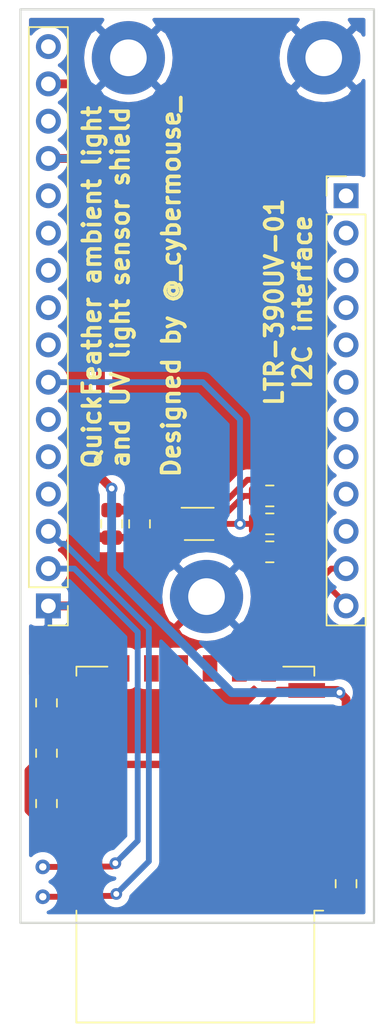
<source format=kicad_pcb>
(kicad_pcb (version 20171130) (host pcbnew 5.1.5+dfsg1-2build2)

  (general
    (thickness 1.6)
    (drawings 7)
    (tracks 119)
    (zones 0)
    (modules 16)
    (nets 47)
  )

  (page A4)
  (layers
    (0 F.Cu signal)
    (31 B.Cu signal)
    (32 B.Adhes user)
    (33 F.Adhes user)
    (34 B.Paste user)
    (35 F.Paste user)
    (36 B.SilkS user)
    (37 F.SilkS user)
    (38 B.Mask user)
    (39 F.Mask user)
    (40 Dwgs.User user)
    (41 Cmts.User user)
    (42 Eco1.User user)
    (43 Eco2.User user)
    (44 Edge.Cuts user)
    (45 Margin user)
    (46 B.CrtYd user)
    (47 F.CrtYd user)
    (48 B.Fab user hide)
    (49 F.Fab user hide)
  )

  (setup
    (last_trace_width 0.4)
    (trace_clearance 0.2)
    (zone_clearance 0.508)
    (zone_45_only no)
    (trace_min 0.2)
    (via_size 0.8)
    (via_drill 0.4)
    (via_min_size 0.4)
    (via_min_drill 0.3)
    (uvia_size 0.3)
    (uvia_drill 0.1)
    (uvias_allowed no)
    (uvia_min_size 0.2)
    (uvia_min_drill 0.1)
    (edge_width 0.05)
    (segment_width 0.2)
    (pcb_text_width 0.3)
    (pcb_text_size 1.5 1.5)
    (mod_edge_width 0.12)
    (mod_text_size 1 1)
    (mod_text_width 0.15)
    (pad_size 5 5)
    (pad_drill 2.5)
    (pad_to_mask_clearance 0.051)
    (solder_mask_min_width 0.25)
    (aux_axis_origin 0 0)
    (visible_elements FFFFFF7F)
    (pcbplotparams
      (layerselection 0x010fc_ffffffff)
      (usegerberextensions false)
      (usegerberattributes false)
      (usegerberadvancedattributes false)
      (creategerberjobfile false)
      (excludeedgelayer false)
      (linewidth 0.150000)
      (plotframeref false)
      (viasonmask false)
      (mode 1)
      (useauxorigin false)
      (hpglpennumber 1)
      (hpglpenspeed 20)
      (hpglpendiameter 15.000000)
      (psnegative false)
      (psa4output false)
      (plotreference false)
      (plotvalue false)
      (plotinvisibletext false)
      (padsonsilk false)
      (subtractmaskfromsilk false)
      (outputformat 1)
      (mirror false)
      (drillshape 0)
      (scaleselection 1)
      (outputdirectory ""))
  )

  (net 0 "")
  (net 1 GND)
  (net 2 +3V3)
  (net 3 "Net-(J1-Pad16)")
  (net 4 "Net-(J1-Pad14)")
  (net 5 "Net-(J1-Pad12)")
  (net 6 "Net-(J1-Pad11)")
  (net 7 "Net-(J1-Pad10)")
  (net 8 "Net-(J1-Pad9)")
  (net 9 "Net-(J1-Pad8)")
  (net 10 "Net-(J1-Pad6)")
  (net 11 "Net-(J1-Pad5)")
  (net 12 "Net-(J1-Pad4)")
  (net 13 SDA)
  (net 14 SCL)
  (net 15 "Net-(J2-Pad10)")
  (net 16 "Net-(J2-Pad9)")
  (net 17 "Net-(J2-Pad8)")
  (net 18 "Net-(J2-Pad7)")
  (net 19 "Net-(J2-Pad6)")
  (net 20 "Net-(J2-Pad5)")
  (net 21 "Net-(J2-Pad4)")
  (net 22 "Net-(J2-Pad3)")
  (net 23 "Net-(J2-Pad2)")
  (net 24 VBAT)
  (net 25 INT)
  (net 26 "Net-(R4-Pad2)")
  (net 27 FLASH)
  (net 28 "Net-(R6-Pad1)")
  (net 29 "Net-(R7-Pad2)")
  (net 30 "Net-(U1-Pad2)")
  (net 31 TX)
  (net 32 RX)
  (net 33 "Net-(U2-Pad20)")
  (net 34 "Net-(U2-Pad19)")
  (net 35 "Net-(U2-Pad14)")
  (net 36 "Net-(U2-Pad13)")
  (net 37 "Net-(U2-Pad12)")
  (net 38 "Net-(U2-Pad11)")
  (net 39 "Net-(U2-Pad10)")
  (net 40 "Net-(U2-Pad9)")
  (net 41 "Net-(U2-Pad7)")
  (net 42 "Net-(U2-Pad6)")
  (net 43 "Net-(U2-Pad5)")
  (net 44 "Net-(U2-Pad4)")
  (net 45 "Net-(U2-Pad3)")
  (net 46 "Net-(U2-Pad2)")

  (net_class Default "This is the default net class."
    (clearance 0.2)
    (trace_width 0.4)
    (via_dia 0.8)
    (via_drill 0.4)
    (uvia_dia 0.3)
    (uvia_drill 0.1)
    (add_net FLASH)
    (add_net INT)
    (add_net "Net-(J1-Pad10)")
    (add_net "Net-(J1-Pad11)")
    (add_net "Net-(J1-Pad12)")
    (add_net "Net-(J1-Pad14)")
    (add_net "Net-(J1-Pad16)")
    (add_net "Net-(J1-Pad4)")
    (add_net "Net-(J1-Pad5)")
    (add_net "Net-(J1-Pad6)")
    (add_net "Net-(J1-Pad8)")
    (add_net "Net-(J1-Pad9)")
    (add_net "Net-(J2-Pad10)")
    (add_net "Net-(J2-Pad2)")
    (add_net "Net-(J2-Pad3)")
    (add_net "Net-(J2-Pad4)")
    (add_net "Net-(J2-Pad5)")
    (add_net "Net-(J2-Pad6)")
    (add_net "Net-(J2-Pad7)")
    (add_net "Net-(J2-Pad8)")
    (add_net "Net-(J2-Pad9)")
    (add_net "Net-(R4-Pad2)")
    (add_net "Net-(R6-Pad1)")
    (add_net "Net-(R7-Pad2)")
    (add_net "Net-(U1-Pad2)")
    (add_net "Net-(U2-Pad10)")
    (add_net "Net-(U2-Pad11)")
    (add_net "Net-(U2-Pad12)")
    (add_net "Net-(U2-Pad13)")
    (add_net "Net-(U2-Pad14)")
    (add_net "Net-(U2-Pad19)")
    (add_net "Net-(U2-Pad2)")
    (add_net "Net-(U2-Pad20)")
    (add_net "Net-(U2-Pad3)")
    (add_net "Net-(U2-Pad4)")
    (add_net "Net-(U2-Pad5)")
    (add_net "Net-(U2-Pad6)")
    (add_net "Net-(U2-Pad7)")
    (add_net "Net-(U2-Pad9)")
    (add_net RX)
    (add_net SCL)
    (add_net SDA)
    (add_net TX)
    (add_net VBAT)
  )

  (net_class power ""
    (clearance 0.2)
    (trace_width 0.6)
    (via_dia 0.8)
    (via_drill 0.4)
    (uvia_dia 0.3)
    (uvia_drill 0.1)
    (add_net +3V3)
    (add_net GND)
  )

  (module MountingHole:MountingHole_2.5mm_Pad (layer F.Cu) (tedit 6004947A) (tstamp 6004ADD1)
    (at 95.758 88.392)
    (descr "Mounting Hole 2.5mm")
    (tags "mounting hole 2.5mm")
    (attr virtual)
    (fp_text reference REF** (at 0 -3.5) (layer F.SilkS) hide
      (effects (font (size 1 1) (thickness 0.15)))
    )
    (fp_text value MountingHole_2.5mm_Pad (at 0 3.5) (layer F.Fab)
      (effects (font (size 1 1) (thickness 0.15)))
    )
    (fp_text user %R (at 0.3 0) (layer F.Fab)
      (effects (font (size 1 1) (thickness 0.15)))
    )
    (fp_circle (center 0 0) (end 2.5 0) (layer Cmts.User) (width 0.15))
    (fp_circle (center 0 0) (end 2.75 0) (layer F.CrtYd) (width 0.05))
    (pad 1 thru_hole circle (at 0 0) (size 5 5) (drill 2.5) (layers *.Cu *.Mask)
      (net 1 GND))
  )

  (module MountingHole:MountingHole_2.5mm_Pad (layer F.Cu) (tedit 60049485) (tstamp 6004ADD1)
    (at 82.423 88.392)
    (descr "Mounting Hole 2.5mm")
    (tags "mounting hole 2.5mm")
    (attr virtual)
    (fp_text reference REF** (at 0 -3.5) (layer F.SilkS) hide
      (effects (font (size 1 1) (thickness 0.15)))
    )
    (fp_text value MountingHole_2.5mm_Pad (at 0 3.5) (layer F.Fab)
      (effects (font (size 1 1) (thickness 0.15)))
    )
    (fp_text user %R (at 0.3 0) (layer F.Fab)
      (effects (font (size 1 1) (thickness 0.15)))
    )
    (fp_circle (center 0 0) (end 2.5 0) (layer Cmts.User) (width 0.15))
    (fp_circle (center 0 0) (end 2.75 0) (layer F.CrtYd) (width 0.05))
    (pad 1 thru_hole circle (at 0 0) (size 5 5) (drill 2.5) (layers *.Cu *.Mask)
      (net 1 GND))
  )

  (module MountingHole:MountingHole_2.5mm_Pad (layer F.Cu) (tedit 60049490) (tstamp 6004ADCE)
    (at 87.757 125.095)
    (descr "Mounting Hole 2.5mm")
    (tags "mounting hole 2.5mm")
    (attr virtual)
    (fp_text reference REF** (at 0 -3.5) (layer F.SilkS) hide
      (effects (font (size 1 1) (thickness 0.15)))
    )
    (fp_text value MountingHole_2.5mm_Pad (at 0 3.5) (layer F.Fab)
      (effects (font (size 1 1) (thickness 0.15)))
    )
    (fp_circle (center 0 0) (end 2.75 0) (layer F.CrtYd) (width 0.05))
    (fp_circle (center 0 0) (end 2.5 0) (layer Cmts.User) (width 0.15))
    (fp_text user %R (at 0.3 0) (layer F.Fab)
      (effects (font (size 1 1) (thickness 0.15)))
    )
    (pad 1 thru_hole circle (at 0 0) (size 5 5) (drill 2.5) (layers *.Cu *.Mask)
      (net 1 GND))
  )

  (module Resistor_SMD:R_0805_2012Metric (layer F.Cu) (tedit 5B36C52B) (tstamp 600396DA)
    (at 76.835 135.763 90)
    (descr "Resistor SMD 0805 (2012 Metric), square (rectangular) end terminal, IPC_7351 nominal, (Body size source: https://docs.google.com/spreadsheets/d/1BsfQQcO9C6DZCsRaXUlFlo91Tg2WpOkGARC1WS5S8t0/edit?usp=sharing), generated with kicad-footprint-generator")
    (tags resistor)
    (path /60053C15)
    (attr smd)
    (fp_text reference R7 (at 0 -1.65 90) (layer F.SilkS) hide
      (effects (font (size 1 1) (thickness 0.15)))
    )
    (fp_text value 10k (at 0 1.65 90) (layer F.Fab)
      (effects (font (size 1 1) (thickness 0.15)))
    )
    (fp_text user %R (at 0 0 90) (layer F.Fab)
      (effects (font (size 0.5 0.5) (thickness 0.08)))
    )
    (fp_line (start 1.68 0.95) (end -1.68 0.95) (layer F.CrtYd) (width 0.05))
    (fp_line (start 1.68 -0.95) (end 1.68 0.95) (layer F.CrtYd) (width 0.05))
    (fp_line (start -1.68 -0.95) (end 1.68 -0.95) (layer F.CrtYd) (width 0.05))
    (fp_line (start -1.68 0.95) (end -1.68 -0.95) (layer F.CrtYd) (width 0.05))
    (fp_line (start -0.258578 0.71) (end 0.258578 0.71) (layer F.SilkS) (width 0.12))
    (fp_line (start -0.258578 -0.71) (end 0.258578 -0.71) (layer F.SilkS) (width 0.12))
    (fp_line (start 1 0.6) (end -1 0.6) (layer F.Fab) (width 0.1))
    (fp_line (start 1 -0.6) (end 1 0.6) (layer F.Fab) (width 0.1))
    (fp_line (start -1 -0.6) (end 1 -0.6) (layer F.Fab) (width 0.1))
    (fp_line (start -1 0.6) (end -1 -0.6) (layer F.Fab) (width 0.1))
    (pad 2 smd roundrect (at 0.9375 0 90) (size 0.975 1.4) (layers F.Cu F.Paste F.Mask) (roundrect_rratio 0.25)
      (net 29 "Net-(R7-Pad2)"))
    (pad 1 smd roundrect (at -0.9375 0 90) (size 0.975 1.4) (layers F.Cu F.Paste F.Mask) (roundrect_rratio 0.25)
      (net 2 +3V3))
    (model ${KISYS3DMOD}/Resistor_SMD.3dshapes/R_0805_2012Metric.wrl
      (at (xyz 0 0 0))
      (scale (xyz 1 1 1))
      (rotate (xyz 0 0 0))
    )
  )

  (module Resistor_SMD:R_0805_2012Metric (layer F.Cu) (tedit 5B36C52B) (tstamp 600396C9)
    (at 76.835 132.334 90)
    (descr "Resistor SMD 0805 (2012 Metric), square (rectangular) end terminal, IPC_7351 nominal, (Body size source: https://docs.google.com/spreadsheets/d/1BsfQQcO9C6DZCsRaXUlFlo91Tg2WpOkGARC1WS5S8t0/edit?usp=sharing), generated with kicad-footprint-generator")
    (tags resistor)
    (path /60059597)
    (attr smd)
    (fp_text reference R6 (at 0 -1.65 90) (layer F.SilkS) hide
      (effects (font (size 1 1) (thickness 0.15)))
    )
    (fp_text value 10k (at 0 1.65 90) (layer F.Fab)
      (effects (font (size 1 1) (thickness 0.15)))
    )
    (fp_text user %R (at 0 0 90) (layer F.Fab)
      (effects (font (size 0.5 0.5) (thickness 0.08)))
    )
    (fp_line (start 1.68 0.95) (end -1.68 0.95) (layer F.CrtYd) (width 0.05))
    (fp_line (start 1.68 -0.95) (end 1.68 0.95) (layer F.CrtYd) (width 0.05))
    (fp_line (start -1.68 -0.95) (end 1.68 -0.95) (layer F.CrtYd) (width 0.05))
    (fp_line (start -1.68 0.95) (end -1.68 -0.95) (layer F.CrtYd) (width 0.05))
    (fp_line (start -0.258578 0.71) (end 0.258578 0.71) (layer F.SilkS) (width 0.12))
    (fp_line (start -0.258578 -0.71) (end 0.258578 -0.71) (layer F.SilkS) (width 0.12))
    (fp_line (start 1 0.6) (end -1 0.6) (layer F.Fab) (width 0.1))
    (fp_line (start 1 -0.6) (end 1 0.6) (layer F.Fab) (width 0.1))
    (fp_line (start -1 -0.6) (end 1 -0.6) (layer F.Fab) (width 0.1))
    (fp_line (start -1 0.6) (end -1 -0.6) (layer F.Fab) (width 0.1))
    (pad 2 smd roundrect (at 0.9375 0 90) (size 0.975 1.4) (layers F.Cu F.Paste F.Mask) (roundrect_rratio 0.25)
      (net 1 GND))
    (pad 1 smd roundrect (at -0.9375 0 90) (size 0.975 1.4) (layers F.Cu F.Paste F.Mask) (roundrect_rratio 0.25)
      (net 28 "Net-(R6-Pad1)"))
    (model ${KISYS3DMOD}/Resistor_SMD.3dshapes/R_0805_2012Metric.wrl
      (at (xyz 0 0 0))
      (scale (xyz 1 1 1))
      (rotate (xyz 0 0 0))
    )
  )

  (module Resistor_SMD:R_0805_2012Metric (layer F.Cu) (tedit 5B36C52B) (tstamp 600396B8)
    (at 76.835 139.192 90)
    (descr "Resistor SMD 0805 (2012 Metric), square (rectangular) end terminal, IPC_7351 nominal, (Body size source: https://docs.google.com/spreadsheets/d/1BsfQQcO9C6DZCsRaXUlFlo91Tg2WpOkGARC1WS5S8t0/edit?usp=sharing), generated with kicad-footprint-generator")
    (tags resistor)
    (path /60051801)
    (attr smd)
    (fp_text reference R5 (at 0 -1.65 90) (layer F.SilkS) hide
      (effects (font (size 1 1) (thickness 0.15)))
    )
    (fp_text value 10k (at 0 1.65 90) (layer F.Fab)
      (effects (font (size 1 1) (thickness 0.15)))
    )
    (fp_text user %R (at 0 0 90) (layer F.Fab)
      (effects (font (size 0.5 0.5) (thickness 0.08)))
    )
    (fp_line (start 1.68 0.95) (end -1.68 0.95) (layer F.CrtYd) (width 0.05))
    (fp_line (start 1.68 -0.95) (end 1.68 0.95) (layer F.CrtYd) (width 0.05))
    (fp_line (start -1.68 -0.95) (end 1.68 -0.95) (layer F.CrtYd) (width 0.05))
    (fp_line (start -1.68 0.95) (end -1.68 -0.95) (layer F.CrtYd) (width 0.05))
    (fp_line (start -0.258578 0.71) (end 0.258578 0.71) (layer F.SilkS) (width 0.12))
    (fp_line (start -0.258578 -0.71) (end 0.258578 -0.71) (layer F.SilkS) (width 0.12))
    (fp_line (start 1 0.6) (end -1 0.6) (layer F.Fab) (width 0.1))
    (fp_line (start 1 -0.6) (end 1 0.6) (layer F.Fab) (width 0.1))
    (fp_line (start -1 -0.6) (end 1 -0.6) (layer F.Fab) (width 0.1))
    (fp_line (start -1 0.6) (end -1 -0.6) (layer F.Fab) (width 0.1))
    (pad 2 smd roundrect (at 0.9375 0 90) (size 0.975 1.4) (layers F.Cu F.Paste F.Mask) (roundrect_rratio 0.25)
      (net 27 FLASH))
    (pad 1 smd roundrect (at -0.9375 0 90) (size 0.975 1.4) (layers F.Cu F.Paste F.Mask) (roundrect_rratio 0.25)
      (net 2 +3V3))
    (model ${KISYS3DMOD}/Resistor_SMD.3dshapes/R_0805_2012Metric.wrl
      (at (xyz 0 0 0))
      (scale (xyz 1 1 1))
      (rotate (xyz 0 0 0))
    )
  )

  (module Resistor_SMD:R_0805_2012Metric (layer F.Cu) (tedit 5B36C52B) (tstamp 600396A7)
    (at 97.282 144.653 270)
    (descr "Resistor SMD 0805 (2012 Metric), square (rectangular) end terminal, IPC_7351 nominal, (Body size source: https://docs.google.com/spreadsheets/d/1BsfQQcO9C6DZCsRaXUlFlo91Tg2WpOkGARC1WS5S8t0/edit?usp=sharing), generated with kicad-footprint-generator")
    (tags resistor)
    (path /6005D73E)
    (attr smd)
    (fp_text reference R4 (at 0 -1.65 90) (layer F.SilkS) hide
      (effects (font (size 1 1) (thickness 0.15)))
    )
    (fp_text value 10k (at 0 1.65 90) (layer F.Fab)
      (effects (font (size 1 1) (thickness 0.15)))
    )
    (fp_text user %R (at 0 0 90) (layer F.Fab)
      (effects (font (size 0.5 0.5) (thickness 0.08)))
    )
    (fp_line (start 1.68 0.95) (end -1.68 0.95) (layer F.CrtYd) (width 0.05))
    (fp_line (start 1.68 -0.95) (end 1.68 0.95) (layer F.CrtYd) (width 0.05))
    (fp_line (start -1.68 -0.95) (end 1.68 -0.95) (layer F.CrtYd) (width 0.05))
    (fp_line (start -1.68 0.95) (end -1.68 -0.95) (layer F.CrtYd) (width 0.05))
    (fp_line (start -0.258578 0.71) (end 0.258578 0.71) (layer F.SilkS) (width 0.12))
    (fp_line (start -0.258578 -0.71) (end 0.258578 -0.71) (layer F.SilkS) (width 0.12))
    (fp_line (start 1 0.6) (end -1 0.6) (layer F.Fab) (width 0.1))
    (fp_line (start 1 -0.6) (end 1 0.6) (layer F.Fab) (width 0.1))
    (fp_line (start -1 -0.6) (end 1 -0.6) (layer F.Fab) (width 0.1))
    (fp_line (start -1 0.6) (end -1 -0.6) (layer F.Fab) (width 0.1))
    (pad 2 smd roundrect (at 0.9375 0 270) (size 0.975 1.4) (layers F.Cu F.Paste F.Mask) (roundrect_rratio 0.25)
      (net 26 "Net-(R4-Pad2)"))
    (pad 1 smd roundrect (at -0.9375 0 270) (size 0.975 1.4) (layers F.Cu F.Paste F.Mask) (roundrect_rratio 0.25)
      (net 2 +3V3))
    (model ${KISYS3DMOD}/Resistor_SMD.3dshapes/R_0805_2012Metric.wrl
      (at (xyz 0 0 0))
      (scale (xyz 1 1 1))
      (rotate (xyz 0 0 0))
    )
  )

  (module Resistor_SMD:R_0805_2012Metric (layer F.Cu) (tedit 5B36C52B) (tstamp 60039674)
    (at 92.075 122.047 180)
    (descr "Resistor SMD 0805 (2012 Metric), square (rectangular) end terminal, IPC_7351 nominal, (Body size source: https://docs.google.com/spreadsheets/d/1BsfQQcO9C6DZCsRaXUlFlo91Tg2WpOkGARC1WS5S8t0/edit?usp=sharing), generated with kicad-footprint-generator")
    (tags resistor)
    (path /6003C4C4)
    (attr smd)
    (fp_text reference R1 (at 0 -1.65) (layer F.SilkS) hide
      (effects (font (size 1 1) (thickness 0.15)))
    )
    (fp_text value 10k (at 0 1.65) (layer F.Fab)
      (effects (font (size 1 1) (thickness 0.15)))
    )
    (fp_text user %R (at 0 0) (layer F.Fab)
      (effects (font (size 0.5 0.5) (thickness 0.08)))
    )
    (fp_line (start 1.68 0.95) (end -1.68 0.95) (layer F.CrtYd) (width 0.05))
    (fp_line (start 1.68 -0.95) (end 1.68 0.95) (layer F.CrtYd) (width 0.05))
    (fp_line (start -1.68 -0.95) (end 1.68 -0.95) (layer F.CrtYd) (width 0.05))
    (fp_line (start -1.68 0.95) (end -1.68 -0.95) (layer F.CrtYd) (width 0.05))
    (fp_line (start -0.258578 0.71) (end 0.258578 0.71) (layer F.SilkS) (width 0.12))
    (fp_line (start -0.258578 -0.71) (end 0.258578 -0.71) (layer F.SilkS) (width 0.12))
    (fp_line (start 1 0.6) (end -1 0.6) (layer F.Fab) (width 0.1))
    (fp_line (start 1 -0.6) (end 1 0.6) (layer F.Fab) (width 0.1))
    (fp_line (start -1 -0.6) (end 1 -0.6) (layer F.Fab) (width 0.1))
    (fp_line (start -1 0.6) (end -1 -0.6) (layer F.Fab) (width 0.1))
    (pad 2 smd roundrect (at 0.9375 0 180) (size 0.975 1.4) (layers F.Cu F.Paste F.Mask) (roundrect_rratio 0.25)
      (net 14 SCL))
    (pad 1 smd roundrect (at -0.9375 0 180) (size 0.975 1.4) (layers F.Cu F.Paste F.Mask) (roundrect_rratio 0.25)
      (net 2 +3V3))
    (model ${KISYS3DMOD}/Resistor_SMD.3dshapes/R_0805_2012Metric.wrl
      (at (xyz 0 0 0))
      (scale (xyz 1 1 1))
      (rotate (xyz 0 0 0))
    )
  )

  (module Resistor_SMD:R_0805_2012Metric (layer F.Cu) (tedit 5B36C52B) (tstamp 60039696)
    (at 92.075 120.142 180)
    (descr "Resistor SMD 0805 (2012 Metric), square (rectangular) end terminal, IPC_7351 nominal, (Body size source: https://docs.google.com/spreadsheets/d/1BsfQQcO9C6DZCsRaXUlFlo91Tg2WpOkGARC1WS5S8t0/edit?usp=sharing), generated with kicad-footprint-generator")
    (tags resistor)
    (path /60042767)
    (attr smd)
    (fp_text reference R3 (at 0 -1.65) (layer F.SilkS) hide
      (effects (font (size 1 1) (thickness 0.15)))
    )
    (fp_text value 10k (at 0 1.65) (layer F.Fab)
      (effects (font (size 1 1) (thickness 0.15)))
    )
    (fp_text user %R (at 0 0) (layer F.Fab)
      (effects (font (size 0.5 0.5) (thickness 0.08)))
    )
    (fp_line (start 1.68 0.95) (end -1.68 0.95) (layer F.CrtYd) (width 0.05))
    (fp_line (start 1.68 -0.95) (end 1.68 0.95) (layer F.CrtYd) (width 0.05))
    (fp_line (start -1.68 -0.95) (end 1.68 -0.95) (layer F.CrtYd) (width 0.05))
    (fp_line (start -1.68 0.95) (end -1.68 -0.95) (layer F.CrtYd) (width 0.05))
    (fp_line (start -0.258578 0.71) (end 0.258578 0.71) (layer F.SilkS) (width 0.12))
    (fp_line (start -0.258578 -0.71) (end 0.258578 -0.71) (layer F.SilkS) (width 0.12))
    (fp_line (start 1 0.6) (end -1 0.6) (layer F.Fab) (width 0.1))
    (fp_line (start 1 -0.6) (end 1 0.6) (layer F.Fab) (width 0.1))
    (fp_line (start -1 -0.6) (end 1 -0.6) (layer F.Fab) (width 0.1))
    (fp_line (start -1 0.6) (end -1 -0.6) (layer F.Fab) (width 0.1))
    (pad 2 smd roundrect (at 0.9375 0 180) (size 0.975 1.4) (layers F.Cu F.Paste F.Mask) (roundrect_rratio 0.25)
      (net 25 INT))
    (pad 1 smd roundrect (at -0.9375 0 180) (size 0.975 1.4) (layers F.Cu F.Paste F.Mask) (roundrect_rratio 0.25)
      (net 2 +3V3))
    (model ${KISYS3DMOD}/Resistor_SMD.3dshapes/R_0805_2012Metric.wrl
      (at (xyz 0 0 0))
      (scale (xyz 1 1 1))
      (rotate (xyz 0 0 0))
    )
  )

  (module Resistor_SMD:R_0805_2012Metric (layer F.Cu) (tedit 5B36C52B) (tstamp 60039685)
    (at 92.075 118.237 180)
    (descr "Resistor SMD 0805 (2012 Metric), square (rectangular) end terminal, IPC_7351 nominal, (Body size source: https://docs.google.com/spreadsheets/d/1BsfQQcO9C6DZCsRaXUlFlo91Tg2WpOkGARC1WS5S8t0/edit?usp=sharing), generated with kicad-footprint-generator")
    (tags resistor)
    (path /60039DAA)
    (attr smd)
    (fp_text reference R2 (at 0 -1.65) (layer F.SilkS) hide
      (effects (font (size 1 1) (thickness 0.15)))
    )
    (fp_text value 10k (at 0 1.65) (layer F.Fab)
      (effects (font (size 1 1) (thickness 0.15)))
    )
    (fp_text user %R (at 0 0) (layer F.Fab)
      (effects (font (size 0.5 0.5) (thickness 0.08)))
    )
    (fp_line (start 1.68 0.95) (end -1.68 0.95) (layer F.CrtYd) (width 0.05))
    (fp_line (start 1.68 -0.95) (end 1.68 0.95) (layer F.CrtYd) (width 0.05))
    (fp_line (start -1.68 -0.95) (end 1.68 -0.95) (layer F.CrtYd) (width 0.05))
    (fp_line (start -1.68 0.95) (end -1.68 -0.95) (layer F.CrtYd) (width 0.05))
    (fp_line (start -0.258578 0.71) (end 0.258578 0.71) (layer F.SilkS) (width 0.12))
    (fp_line (start -0.258578 -0.71) (end 0.258578 -0.71) (layer F.SilkS) (width 0.12))
    (fp_line (start 1 0.6) (end -1 0.6) (layer F.Fab) (width 0.1))
    (fp_line (start 1 -0.6) (end 1 0.6) (layer F.Fab) (width 0.1))
    (fp_line (start -1 -0.6) (end 1 -0.6) (layer F.Fab) (width 0.1))
    (fp_line (start -1 0.6) (end -1 -0.6) (layer F.Fab) (width 0.1))
    (pad 2 smd roundrect (at 0.9375 0 180) (size 0.975 1.4) (layers F.Cu F.Paste F.Mask) (roundrect_rratio 0.25)
      (net 13 SDA))
    (pad 1 smd roundrect (at -0.9375 0 180) (size 0.975 1.4) (layers F.Cu F.Paste F.Mask) (roundrect_rratio 0.25)
      (net 2 +3V3))
    (model ${KISYS3DMOD}/Resistor_SMD.3dshapes/R_0805_2012Metric.wrl
      (at (xyz 0 0 0))
      (scale (xyz 1 1 1))
      (rotate (xyz 0 0 0))
    )
  )

  (module RF_Module:ESP-12E (layer F.Cu) (tedit 5A030172) (tstamp 6003972B)
    (at 86.995 141.986 180)
    (descr "Wi-Fi Module, http://wiki.ai-thinker.com/_media/esp8266/docs/aithinker_esp_12f_datasheet_en.pdf")
    (tags "Wi-Fi Module")
    (path /600481F0)
    (attr smd)
    (fp_text reference U2 (at 4.572 -3.556) (layer F.SilkS) hide
      (effects (font (size 1 1) (thickness 0.15)))
    )
    (fp_text value ESP-12F (at -0.06 -12.78) (layer F.Fab)
      (effects (font (size 1 1) (thickness 0.15)))
    )
    (fp_line (start 5.56 -4.8) (end 8.12 -7.36) (layer Dwgs.User) (width 0.12))
    (fp_line (start 2.56 -4.8) (end 8.12 -10.36) (layer Dwgs.User) (width 0.12))
    (fp_line (start -0.44 -4.8) (end 6.88 -12.12) (layer Dwgs.User) (width 0.12))
    (fp_line (start -3.44 -4.8) (end 3.88 -12.12) (layer Dwgs.User) (width 0.12))
    (fp_line (start -6.44 -4.8) (end 0.88 -12.12) (layer Dwgs.User) (width 0.12))
    (fp_line (start -8.12 -6.12) (end -2.12 -12.12) (layer Dwgs.User) (width 0.12))
    (fp_line (start -8.12 -9.12) (end -5.12 -12.12) (layer Dwgs.User) (width 0.12))
    (fp_line (start -8.12 -4.8) (end -8.12 -12.12) (layer Dwgs.User) (width 0.12))
    (fp_line (start 8.12 -4.8) (end -8.12 -4.8) (layer Dwgs.User) (width 0.12))
    (fp_line (start 8.12 -12.12) (end 8.12 -4.8) (layer Dwgs.User) (width 0.12))
    (fp_line (start -8.12 -12.12) (end 8.12 -12.12) (layer Dwgs.User) (width 0.12))
    (fp_line (start -8.12 -4.5) (end -8.73 -4.5) (layer F.SilkS) (width 0.12))
    (fp_line (start -8.12 -4.5) (end -8.12 -12.12) (layer F.SilkS) (width 0.12))
    (fp_line (start -8.12 12.12) (end -8.12 11.5) (layer F.SilkS) (width 0.12))
    (fp_line (start -6 12.12) (end -8.12 12.12) (layer F.SilkS) (width 0.12))
    (fp_line (start 8.12 12.12) (end 6 12.12) (layer F.SilkS) (width 0.12))
    (fp_line (start 8.12 11.5) (end 8.12 12.12) (layer F.SilkS) (width 0.12))
    (fp_line (start 8.12 -12.12) (end 8.12 -4.5) (layer F.SilkS) (width 0.12))
    (fp_line (start -8.12 -12.12) (end 8.12 -12.12) (layer F.SilkS) (width 0.12))
    (fp_line (start -9.05 13.1) (end -9.05 -12.2) (layer F.CrtYd) (width 0.05))
    (fp_line (start 9.05 13.1) (end -9.05 13.1) (layer F.CrtYd) (width 0.05))
    (fp_line (start 9.05 -12.2) (end 9.05 13.1) (layer F.CrtYd) (width 0.05))
    (fp_line (start -9.05 -12.2) (end 9.05 -12.2) (layer F.CrtYd) (width 0.05))
    (fp_line (start -8 -4) (end -8 -12) (layer F.Fab) (width 0.12))
    (fp_line (start -7.5 -3.5) (end -8 -4) (layer F.Fab) (width 0.12))
    (fp_line (start -8 -3) (end -7.5 -3.5) (layer F.Fab) (width 0.12))
    (fp_line (start -8 12) (end -8 -3) (layer F.Fab) (width 0.12))
    (fp_line (start 8 12) (end -8 12) (layer F.Fab) (width 0.12))
    (fp_line (start 8 -12) (end 8 12) (layer F.Fab) (width 0.12))
    (fp_line (start -8 -12) (end 8 -12) (layer F.Fab) (width 0.12))
    (fp_text user %R (at 0.49 -0.8) (layer F.Fab)
      (effects (font (size 1 1) (thickness 0.15)))
    )
    (fp_text user "KEEP-OUT ZONE" (at 0.03 -9.55 180) (layer Cmts.User)
      (effects (font (size 1 1) (thickness 0.15)))
    )
    (fp_text user Antenna (at -0.06 -7 180) (layer Cmts.User)
      (effects (font (size 1 1) (thickness 0.15)))
    )
    (pad 22 smd rect (at 7.6 -3.5 180) (size 2.5 1) (layers F.Cu F.Paste F.Mask)
      (net 31 TX))
    (pad 21 smd rect (at 7.6 -1.5 180) (size 2.5 1) (layers F.Cu F.Paste F.Mask)
      (net 32 RX))
    (pad 20 smd rect (at 7.6 0.5 180) (size 2.5 1) (layers F.Cu F.Paste F.Mask)
      (net 33 "Net-(U2-Pad20)"))
    (pad 19 smd rect (at 7.6 2.5 180) (size 2.5 1) (layers F.Cu F.Paste F.Mask)
      (net 34 "Net-(U2-Pad19)"))
    (pad 18 smd rect (at 7.6 4.5 180) (size 2.5 1) (layers F.Cu F.Paste F.Mask)
      (net 27 FLASH))
    (pad 17 smd rect (at 7.6 6.5 180) (size 2.5 1) (layers F.Cu F.Paste F.Mask)
      (net 29 "Net-(R7-Pad2)"))
    (pad 16 smd rect (at 7.6 8.5 180) (size 2.5 1) (layers F.Cu F.Paste F.Mask)
      (net 28 "Net-(R6-Pad1)"))
    (pad 15 smd rect (at 7.6 10.5 180) (size 2.5 1) (layers F.Cu F.Paste F.Mask)
      (net 1 GND))
    (pad 14 smd rect (at 5 12 180) (size 1 1.8) (layers F.Cu F.Paste F.Mask)
      (net 35 "Net-(U2-Pad14)"))
    (pad 13 smd rect (at 3 12 180) (size 1 1.8) (layers F.Cu F.Paste F.Mask)
      (net 36 "Net-(U2-Pad13)"))
    (pad 12 smd rect (at 1 12 180) (size 1 1.8) (layers F.Cu F.Paste F.Mask)
      (net 37 "Net-(U2-Pad12)"))
    (pad 11 smd rect (at -1 12 180) (size 1 1.8) (layers F.Cu F.Paste F.Mask)
      (net 38 "Net-(U2-Pad11)"))
    (pad 10 smd rect (at -3 12 180) (size 1 1.8) (layers F.Cu F.Paste F.Mask)
      (net 39 "Net-(U2-Pad10)"))
    (pad 9 smd rect (at -5 12 180) (size 1 1.8) (layers F.Cu F.Paste F.Mask)
      (net 40 "Net-(U2-Pad9)"))
    (pad 8 smd rect (at -7.6 10.5 180) (size 2.5 1) (layers F.Cu F.Paste F.Mask)
      (net 2 +3V3))
    (pad 7 smd rect (at -7.6 8.5 180) (size 2.5 1) (layers F.Cu F.Paste F.Mask)
      (net 41 "Net-(U2-Pad7)"))
    (pad 6 smd rect (at -7.6 6.5 180) (size 2.5 1) (layers F.Cu F.Paste F.Mask)
      (net 42 "Net-(U2-Pad6)"))
    (pad 5 smd rect (at -7.6 4.5 180) (size 2.5 1) (layers F.Cu F.Paste F.Mask)
      (net 43 "Net-(U2-Pad5)"))
    (pad 4 smd rect (at -7.6 2.5 180) (size 2.5 1) (layers F.Cu F.Paste F.Mask)
      (net 44 "Net-(U2-Pad4)"))
    (pad 3 smd rect (at -7.6 0.5 180) (size 2.5 1) (layers F.Cu F.Paste F.Mask)
      (net 45 "Net-(U2-Pad3)"))
    (pad 2 smd rect (at -7.6 -1.5 180) (size 2.5 1) (layers F.Cu F.Paste F.Mask)
      (net 46 "Net-(U2-Pad2)"))
    (pad 1 smd rect (at -7.6 -3.5 180) (size 2.5 1) (layers F.Cu F.Paste F.Mask)
      (net 26 "Net-(R4-Pad2)"))
    (model ${KISYS3DMOD}/RF_Module.3dshapes/ESP-12E.wrl
      (at (xyz 0 0 0))
      (scale (xyz 1 1 1))
      (rotate (xyz 0 0 0))
    )
  )

  (module OptoDevice:Lite-On_LTR-303ALS-01 (layer F.Cu) (tedit 5B870A3B) (tstamp 600396F0)
    (at 87.249 120.142)
    (descr "ambient light sensor, i2c interface, 6-pin chipled package, http://optoelectronics.liteon.com/upload/download/DS86-2013-0004/LTR-303ALS-01_DS_V1.pdf")
    (tags "ambient light sensor chipled")
    (path /60034957)
    (attr smd)
    (fp_text reference U1 (at 0 -2.025) (layer F.SilkS) hide
      (effects (font (size 1 1) (thickness 0.15)))
    )
    (fp_text value LTR-390UV-01 (at 0 2.025) (layer F.Fab)
      (effects (font (size 1 1) (thickness 0.15)))
    )
    (fp_line (start -1.2 -1.1) (end 1 -1.1) (layer F.SilkS) (width 0.12))
    (fp_line (start -0.98 1.1) (end 0.99 1.1) (layer F.SilkS) (width 0.12))
    (fp_line (start 1.48 -1.25) (end -1.48 -1.25) (layer F.CrtYd) (width 0.05))
    (fp_line (start 1.48 1.25) (end 1.48 -1.25) (layer F.CrtYd) (width 0.05))
    (fp_line (start -1.48 1.25) (end 1.48 1.25) (layer F.CrtYd) (width 0.05))
    (fp_line (start -1.48 -1.25) (end -1.48 1.25) (layer F.CrtYd) (width 0.05))
    (fp_line (start 1 -1) (end 1 1) (layer F.Fab) (width 0.1))
    (fp_line (start -0.5 -1) (end 1 -1) (layer F.Fab) (width 0.1))
    (fp_line (start -1 -0.5) (end -0.5 -1) (layer F.Fab) (width 0.1))
    (fp_line (start -1 1) (end -1 -0.5) (layer F.Fab) (width 0.1))
    (fp_line (start 1 1) (end -1 1) (layer F.Fab) (width 0.1))
    (fp_text user %R (at 0 0) (layer F.Fab)
      (effects (font (size 0.5 0.5) (thickness 0.08)))
    )
    (pad 6 smd roundrect (at 0.9 -0.65) (size 0.65 0.3) (layers F.Cu F.Paste F.Mask) (roundrect_rratio 0.25)
      (net 13 SDA))
    (pad 5 smd roundrect (at 0.9 0) (size 0.65 0.3) (layers F.Cu F.Paste F.Mask) (roundrect_rratio 0.25)
      (net 25 INT))
    (pad 4 smd roundrect (at 0.9 0.65) (size 0.65 0.3) (layers F.Cu F.Paste F.Mask) (roundrect_rratio 0.25)
      (net 14 SCL))
    (pad 3 smd roundrect (at -0.9 0.65) (size 0.65 0.3) (layers F.Cu F.Paste F.Mask) (roundrect_rratio 0.25)
      (net 1 GND))
    (pad 2 smd roundrect (at -0.9 0) (size 0.65 0.3) (layers F.Cu F.Paste F.Mask) (roundrect_rratio 0.25)
      (net 30 "Net-(U1-Pad2)"))
    (pad 1 smd roundrect (at -0.9 -0.65) (size 0.65 0.3) (layers F.Cu F.Paste F.Mask) (roundrect_rratio 0.25)
      (net 2 +3V3))
    (model ${KISYS3DMOD}/OptoDevice.3dshapes/Lite-On_LTR-303ALS-01.wrl
      (at (xyz 0 0 0))
      (scale (xyz 1 1 1))
      (rotate (xyz 0 0 0))
    )
  )

  (module Connector_PinHeader_2.54mm:PinHeader_1x12_P2.54mm_Vertical (layer F.Cu) (tedit 59FED5CC) (tstamp 60039663)
    (at 97.282 97.79)
    (descr "Through hole straight pin header, 1x12, 2.54mm pitch, single row")
    (tags "Through hole pin header THT 1x12 2.54mm single row")
    (path /6006777C)
    (fp_text reference J2 (at 0 -2.33) (layer F.SilkS) hide
      (effects (font (size 1 1) (thickness 0.15)))
    )
    (fp_text value Conn_01x12 (at 0 30.27) (layer F.Fab)
      (effects (font (size 1 1) (thickness 0.15)))
    )
    (fp_text user %R (at 0 13.97 90) (layer F.Fab)
      (effects (font (size 1 1) (thickness 0.15)))
    )
    (fp_line (start 1.8 -1.8) (end -1.8 -1.8) (layer F.CrtYd) (width 0.05))
    (fp_line (start 1.8 29.75) (end 1.8 -1.8) (layer F.CrtYd) (width 0.05))
    (fp_line (start -1.8 29.75) (end 1.8 29.75) (layer F.CrtYd) (width 0.05))
    (fp_line (start -1.8 -1.8) (end -1.8 29.75) (layer F.CrtYd) (width 0.05))
    (fp_line (start -1.33 -1.33) (end 0 -1.33) (layer F.SilkS) (width 0.12))
    (fp_line (start -1.33 0) (end -1.33 -1.33) (layer F.SilkS) (width 0.12))
    (fp_line (start -1.33 1.27) (end 1.33 1.27) (layer F.SilkS) (width 0.12))
    (fp_line (start 1.33 1.27) (end 1.33 29.27) (layer F.SilkS) (width 0.12))
    (fp_line (start -1.33 1.27) (end -1.33 29.27) (layer F.SilkS) (width 0.12))
    (fp_line (start -1.33 29.27) (end 1.33 29.27) (layer F.SilkS) (width 0.12))
    (fp_line (start -1.27 -0.635) (end -0.635 -1.27) (layer F.Fab) (width 0.1))
    (fp_line (start -1.27 29.21) (end -1.27 -0.635) (layer F.Fab) (width 0.1))
    (fp_line (start 1.27 29.21) (end -1.27 29.21) (layer F.Fab) (width 0.1))
    (fp_line (start 1.27 -1.27) (end 1.27 29.21) (layer F.Fab) (width 0.1))
    (fp_line (start -0.635 -1.27) (end 1.27 -1.27) (layer F.Fab) (width 0.1))
    (pad 12 thru_hole oval (at 0 27.94) (size 1.7 1.7) (drill 1) (layers *.Cu *.Mask)
      (net 13 SDA))
    (pad 11 thru_hole oval (at 0 25.4) (size 1.7 1.7) (drill 1) (layers *.Cu *.Mask)
      (net 14 SCL))
    (pad 10 thru_hole oval (at 0 22.86) (size 1.7 1.7) (drill 1) (layers *.Cu *.Mask)
      (net 15 "Net-(J2-Pad10)"))
    (pad 9 thru_hole oval (at 0 20.32) (size 1.7 1.7) (drill 1) (layers *.Cu *.Mask)
      (net 16 "Net-(J2-Pad9)"))
    (pad 8 thru_hole oval (at 0 17.78) (size 1.7 1.7) (drill 1) (layers *.Cu *.Mask)
      (net 17 "Net-(J2-Pad8)"))
    (pad 7 thru_hole oval (at 0 15.24) (size 1.7 1.7) (drill 1) (layers *.Cu *.Mask)
      (net 18 "Net-(J2-Pad7)"))
    (pad 6 thru_hole oval (at 0 12.7) (size 1.7 1.7) (drill 1) (layers *.Cu *.Mask)
      (net 19 "Net-(J2-Pad6)"))
    (pad 5 thru_hole oval (at 0 10.16) (size 1.7 1.7) (drill 1) (layers *.Cu *.Mask)
      (net 20 "Net-(J2-Pad5)"))
    (pad 4 thru_hole oval (at 0 7.62) (size 1.7 1.7) (drill 1) (layers *.Cu *.Mask)
      (net 21 "Net-(J2-Pad4)"))
    (pad 3 thru_hole oval (at 0 5.08) (size 1.7 1.7) (drill 1) (layers *.Cu *.Mask)
      (net 22 "Net-(J2-Pad3)"))
    (pad 2 thru_hole oval (at 0 2.54) (size 1.7 1.7) (drill 1) (layers *.Cu *.Mask)
      (net 23 "Net-(J2-Pad2)"))
    (pad 1 thru_hole rect (at 0 0) (size 1.7 1.7) (drill 1) (layers *.Cu *.Mask)
      (net 24 VBAT))
    (model ${KISYS3DMOD}/Connector_PinHeader_2.54mm.3dshapes/PinHeader_1x12_P2.54mm_Vertical.wrl
      (at (xyz 0 0 0))
      (scale (xyz 1 1 1))
      (rotate (xyz 0 0 0))
    )
  )

  (module Connector_PinHeader_2.54mm:PinHeader_1x16_P2.54mm_Vertical (layer F.Cu) (tedit 59FED5CC) (tstamp 60039643)
    (at 76.962 125.73 180)
    (descr "Through hole straight pin header, 1x16, 2.54mm pitch, single row")
    (tags "Through hole pin header THT 1x16 2.54mm single row")
    (path /600695A1)
    (fp_text reference J1 (at 0 -2.33) (layer F.SilkS) hide
      (effects (font (size 1 1) (thickness 0.15)))
    )
    (fp_text value Conn_01x16 (at 0 40.43) (layer F.Fab)
      (effects (font (size 1 1) (thickness 0.15)))
    )
    (fp_text user %R (at 0 19.05 90) (layer F.Fab)
      (effects (font (size 1 1) (thickness 0.15)))
    )
    (fp_line (start 1.8 -1.8) (end -1.8 -1.8) (layer F.CrtYd) (width 0.05))
    (fp_line (start 1.8 39.9) (end 1.8 -1.8) (layer F.CrtYd) (width 0.05))
    (fp_line (start -1.8 39.9) (end 1.8 39.9) (layer F.CrtYd) (width 0.05))
    (fp_line (start -1.8 -1.8) (end -1.8 39.9) (layer F.CrtYd) (width 0.05))
    (fp_line (start -1.33 -1.33) (end 0 -1.33) (layer F.SilkS) (width 0.12))
    (fp_line (start -1.33 0) (end -1.33 -1.33) (layer F.SilkS) (width 0.12))
    (fp_line (start -1.33 1.27) (end 1.33 1.27) (layer F.SilkS) (width 0.12))
    (fp_line (start 1.33 1.27) (end 1.33 39.43) (layer F.SilkS) (width 0.12))
    (fp_line (start -1.33 1.27) (end -1.33 39.43) (layer F.SilkS) (width 0.12))
    (fp_line (start -1.33 39.43) (end 1.33 39.43) (layer F.SilkS) (width 0.12))
    (fp_line (start -1.27 -0.635) (end -0.635 -1.27) (layer F.Fab) (width 0.1))
    (fp_line (start -1.27 39.37) (end -1.27 -0.635) (layer F.Fab) (width 0.1))
    (fp_line (start 1.27 39.37) (end -1.27 39.37) (layer F.Fab) (width 0.1))
    (fp_line (start 1.27 -1.27) (end 1.27 39.37) (layer F.Fab) (width 0.1))
    (fp_line (start -0.635 -1.27) (end 1.27 -1.27) (layer F.Fab) (width 0.1))
    (pad 16 thru_hole oval (at 0 38.1 180) (size 1.7 1.7) (drill 1) (layers *.Cu *.Mask)
      (net 3 "Net-(J1-Pad16)"))
    (pad 15 thru_hole oval (at 0 35.56 180) (size 1.7 1.7) (drill 1) (layers *.Cu *.Mask)
      (net 2 +3V3))
    (pad 14 thru_hole oval (at 0 33.02 180) (size 1.7 1.7) (drill 1) (layers *.Cu *.Mask)
      (net 4 "Net-(J1-Pad14)"))
    (pad 13 thru_hole oval (at 0 30.48 180) (size 1.7 1.7) (drill 1) (layers *.Cu *.Mask)
      (net 1 GND))
    (pad 12 thru_hole oval (at 0 27.94 180) (size 1.7 1.7) (drill 1) (layers *.Cu *.Mask)
      (net 5 "Net-(J1-Pad12)"))
    (pad 11 thru_hole oval (at 0 25.4 180) (size 1.7 1.7) (drill 1) (layers *.Cu *.Mask)
      (net 6 "Net-(J1-Pad11)"))
    (pad 10 thru_hole oval (at 0 22.86 180) (size 1.7 1.7) (drill 1) (layers *.Cu *.Mask)
      (net 7 "Net-(J1-Pad10)"))
    (pad 9 thru_hole oval (at 0 20.32 180) (size 1.7 1.7) (drill 1) (layers *.Cu *.Mask)
      (net 8 "Net-(J1-Pad9)"))
    (pad 8 thru_hole oval (at 0 17.78 180) (size 1.7 1.7) (drill 1) (layers *.Cu *.Mask)
      (net 9 "Net-(J1-Pad8)"))
    (pad 7 thru_hole oval (at 0 15.24 180) (size 1.7 1.7) (drill 1) (layers *.Cu *.Mask)
      (net 25 INT))
    (pad 6 thru_hole oval (at 0 12.7 180) (size 1.7 1.7) (drill 1) (layers *.Cu *.Mask)
      (net 10 "Net-(J1-Pad6)"))
    (pad 5 thru_hole oval (at 0 10.16 180) (size 1.7 1.7) (drill 1) (layers *.Cu *.Mask)
      (net 11 "Net-(J1-Pad5)"))
    (pad 4 thru_hole oval (at 0 7.62 180) (size 1.7 1.7) (drill 1) (layers *.Cu *.Mask)
      (net 12 "Net-(J1-Pad4)"))
    (pad 3 thru_hole oval (at 0 5.08 180) (size 1.7 1.7) (drill 1) (layers *.Cu *.Mask)
      (net 31 TX))
    (pad 2 thru_hole oval (at 0 2.54 180) (size 1.7 1.7) (drill 1) (layers *.Cu *.Mask)
      (net 32 RX))
    (pad 1 thru_hole rect (at 0 0 180) (size 1.7 1.7) (drill 1) (layers *.Cu *.Mask)
      (net 1 GND))
    (model ${KISYS3DMOD}/Connector_PinHeader_2.54mm.3dshapes/PinHeader_1x16_P2.54mm_Vertical.wrl
      (at (xyz 0 0 0))
      (scale (xyz 1 1 1))
      (rotate (xyz 0 0 0))
    )
  )

  (module Capacitor_SMD:C_0805_2012Metric (layer F.Cu) (tedit 5B36C52B) (tstamp 6003961F)
    (at 81.28 120.142 270)
    (descr "Capacitor SMD 0805 (2012 Metric), square (rectangular) end terminal, IPC_7351 nominal, (Body size source: https://docs.google.com/spreadsheets/d/1BsfQQcO9C6DZCsRaXUlFlo91Tg2WpOkGARC1WS5S8t0/edit?usp=sharing), generated with kicad-footprint-generator")
    (tags capacitor)
    (path /600358C8)
    (attr smd)
    (fp_text reference C2 (at 0 -1.65 90) (layer F.SilkS) hide
      (effects (font (size 1 1) (thickness 0.15)))
    )
    (fp_text value 100n (at 0 1.65 90) (layer F.Fab)
      (effects (font (size 1 1) (thickness 0.15)))
    )
    (fp_text user %R (at 0 0 90) (layer F.Fab)
      (effects (font (size 0.5 0.5) (thickness 0.08)))
    )
    (fp_line (start 1.68 0.95) (end -1.68 0.95) (layer F.CrtYd) (width 0.05))
    (fp_line (start 1.68 -0.95) (end 1.68 0.95) (layer F.CrtYd) (width 0.05))
    (fp_line (start -1.68 -0.95) (end 1.68 -0.95) (layer F.CrtYd) (width 0.05))
    (fp_line (start -1.68 0.95) (end -1.68 -0.95) (layer F.CrtYd) (width 0.05))
    (fp_line (start -0.258578 0.71) (end 0.258578 0.71) (layer F.SilkS) (width 0.12))
    (fp_line (start -0.258578 -0.71) (end 0.258578 -0.71) (layer F.SilkS) (width 0.12))
    (fp_line (start 1 0.6) (end -1 0.6) (layer F.Fab) (width 0.1))
    (fp_line (start 1 -0.6) (end 1 0.6) (layer F.Fab) (width 0.1))
    (fp_line (start -1 -0.6) (end 1 -0.6) (layer F.Fab) (width 0.1))
    (fp_line (start -1 0.6) (end -1 -0.6) (layer F.Fab) (width 0.1))
    (pad 2 smd roundrect (at 0.9375 0 270) (size 0.975 1.4) (layers F.Cu F.Paste F.Mask) (roundrect_rratio 0.25)
      (net 1 GND))
    (pad 1 smd roundrect (at -0.9375 0 270) (size 0.975 1.4) (layers F.Cu F.Paste F.Mask) (roundrect_rratio 0.25)
      (net 2 +3V3))
    (model ${KISYS3DMOD}/Capacitor_SMD.3dshapes/C_0805_2012Metric.wrl
      (at (xyz 0 0 0))
      (scale (xyz 1 1 1))
      (rotate (xyz 0 0 0))
    )
  )

  (module Capacitor_SMD:C_0805_2012Metric (layer F.Cu) (tedit 5B36C52B) (tstamp 6003960E)
    (at 83.185 120.142 270)
    (descr "Capacitor SMD 0805 (2012 Metric), square (rectangular) end terminal, IPC_7351 nominal, (Body size source: https://docs.google.com/spreadsheets/d/1BsfQQcO9C6DZCsRaXUlFlo91Tg2WpOkGARC1WS5S8t0/edit?usp=sharing), generated with kicad-footprint-generator")
    (tags capacitor)
    (path /6004387B)
    (attr smd)
    (fp_text reference C1 (at -0.254 2.032 90) (layer F.SilkS) hide
      (effects (font (size 1 1) (thickness 0.15)))
    )
    (fp_text value 4.7u (at 0 1.65 90) (layer F.Fab)
      (effects (font (size 1 1) (thickness 0.15)))
    )
    (fp_text user %R (at 0 0 90) (layer F.Fab)
      (effects (font (size 0.5 0.5) (thickness 0.08)))
    )
    (fp_line (start 1.68 0.95) (end -1.68 0.95) (layer F.CrtYd) (width 0.05))
    (fp_line (start 1.68 -0.95) (end 1.68 0.95) (layer F.CrtYd) (width 0.05))
    (fp_line (start -1.68 -0.95) (end 1.68 -0.95) (layer F.CrtYd) (width 0.05))
    (fp_line (start -1.68 0.95) (end -1.68 -0.95) (layer F.CrtYd) (width 0.05))
    (fp_line (start -0.258578 0.71) (end 0.258578 0.71) (layer F.SilkS) (width 0.12))
    (fp_line (start -0.258578 -0.71) (end 0.258578 -0.71) (layer F.SilkS) (width 0.12))
    (fp_line (start 1 0.6) (end -1 0.6) (layer F.Fab) (width 0.1))
    (fp_line (start 1 -0.6) (end 1 0.6) (layer F.Fab) (width 0.1))
    (fp_line (start -1 -0.6) (end 1 -0.6) (layer F.Fab) (width 0.1))
    (fp_line (start -1 0.6) (end -1 -0.6) (layer F.Fab) (width 0.1))
    (pad 2 smd roundrect (at 0.9375 0 270) (size 0.975 1.4) (layers F.Cu F.Paste F.Mask) (roundrect_rratio 0.25)
      (net 1 GND))
    (pad 1 smd roundrect (at -0.9375 0 270) (size 0.975 1.4) (layers F.Cu F.Paste F.Mask) (roundrect_rratio 0.25)
      (net 2 +3V3))
    (model ${KISYS3DMOD}/Capacitor_SMD.3dshapes/C_0805_2012Metric.wrl
      (at (xyz 0 0 0))
      (scale (xyz 1 1 1))
      (rotate (xyz 0 0 0))
    )
  )

  (gr_text "Designed by @_cybermouse_" (at 85.344 104.013 90) (layer F.SilkS) (tstamp 6004AF1E)
    (effects (font (size 1.2 1.2) (thickness 0.25)))
  )
  (gr_text "LTR-390UV-01\nI2C interface" (at 93.345 105.029 90) (layer F.SilkS) (tstamp 6004AF15)
    (effects (font (size 1.2 1.2) (thickness 0.25)))
  )
  (gr_text "QuickFeather ambient light\nand UV light sensor shield" (at 80.899 104.013 90) (layer F.SilkS)
    (effects (font (size 1.2 1.2) (thickness 0.25)))
  )
  (gr_line (start 99.187 85.09) (end 99.187 147.32) (layer Edge.Cuts) (width 0.15))
  (gr_line (start 75.057 85.09) (end 75.057 147.32) (layer Edge.Cuts) (width 0.15))
  (gr_line (start 75.057 147.32) (end 99.187 147.32) (layer Edge.Cuts) (width 0.15) (tstamp 600479A6))
  (gr_line (start 99.187 85.09) (end 75.057 85.09) (layer Edge.Cuts) (width 0.15))

  (segment (start 81.28 121.0795) (end 83.185 121.0795) (width 0.4) (layer F.Cu) (net 1))
  (segment (start 83.185 121.0795) (end 84.1525 121.0795) (width 0.4) (layer F.Cu) (net 1))
  (segment (start 84.44 120.792) (end 86.349 120.792) (width 0.4) (layer F.Cu) (net 1))
  (segment (start 84.1525 121.0795) (end 84.44 120.792) (width 0.4) (layer F.Cu) (net 1))
  (segment (start 79.3055 131.3965) (end 79.395 131.486) (width 0.4) (layer F.Cu) (net 1))
  (segment (start 76.835 131.3965) (end 79.3055 131.3965) (width 0.4) (layer F.Cu) (net 1))
  (segment (start 79.395 125.73) (end 76.962 125.73) (width 0.6) (layer F.Cu) (net 1))
  (segment (start 79.395 131.486) (end 79.395 125.73) (width 0.6) (layer F.Cu) (net 1))
  (segment (start 78.486 95.25) (end 76.962 95.25) (width 0.6) (layer F.Cu) (net 1))
  (segment (start 79.395 96.159) (end 78.486 95.25) (width 0.6) (layer F.Cu) (net 1))
  (segment (start 81.28 121.0795) (end 80.58 121.0795) (width 0.6) (layer F.Cu) (net 1))
  (segment (start 80.58 121.0795) (end 80.5315 121.031) (width 0.6) (layer F.Cu) (net 1))
  (segment (start 79.375 121.031) (end 79.395 96.159) (width 0.6) (layer F.Cu) (net 1))
  (segment (start 80.5315 121.031) (end 79.375 121.031) (width 0.6) (layer F.Cu) (net 1))
  (segment (start 79.395 125.73) (end 79.375 121.031) (width 0.6) (layer F.Cu) (net 1))
  (segment (start 83.185 119.2045) (end 84.1525 119.2045) (width 0.4) (layer F.Cu) (net 2))
  (segment (start 84.44 119.492) (end 86.349 119.492) (width 0.4) (layer F.Cu) (net 2))
  (segment (start 84.1525 119.2045) (end 84.44 119.492) (width 0.4) (layer F.Cu) (net 2))
  (segment (start 93.0125 118.237) (end 93.0125 120.142) (width 0.4) (layer F.Cu) (net 2))
  (segment (start 93.0125 122.047) (end 93.0125 120.142) (width 0.4) (layer F.Cu) (net 2))
  (segment (start 92.62599 117.13699) (end 93.0125 117.5235) (width 0.4) (layer F.Cu) (net 2))
  (segment (start 93.0125 117.5235) (end 93.0125 118.237) (width 0.4) (layer F.Cu) (net 2))
  (segment (start 88.793468 118.89199) (end 90.548468 117.13699) (width 0.4) (layer F.Cu) (net 2))
  (segment (start 87.19901 118.89199) (end 88.793468 118.89199) (width 0.4) (layer F.Cu) (net 2))
  (segment (start 86.599 119.492) (end 87.19901 118.89199) (width 0.4) (layer F.Cu) (net 2))
  (segment (start 90.548468 117.13699) (end 92.62599 117.13699) (width 0.4) (layer F.Cu) (net 2))
  (segment (start 86.349 119.492) (end 86.599 119.492) (width 0.4) (layer F.Cu) (net 2))
  (segment (start 97.282 143.7155) (end 97.282 132.08) (width 0.6) (layer F.Cu) (net 2))
  (segment (start 96.688 131.486) (end 94.595 131.486) (width 0.6) (layer F.Cu) (net 2))
  (segment (start 97.282 132.08) (end 96.8375 131.6355) (width 0.6) (layer F.Cu) (net 2))
  (segment (start 76.835 136.7005) (end 76.3755 136.7005) (width 0.6) (layer F.Cu) (net 2))
  (segment (start 76.835 140.1295) (end 76.1215 140.1295) (width 0.6) (layer F.Cu) (net 2))
  (segment (start 76.1215 140.1295) (end 75.63499 139.64299) (width 0.6) (layer F.Cu) (net 2))
  (segment (start 81.28 119.2045) (end 83.185 119.2045) (width 0.6) (layer F.Cu) (net 2))
  (segment (start 96.8375 131.6355) (end 96.688 131.486) (width 0.6) (layer F.Cu) (net 2) (tstamp 60049077))
  (via (at 96.8375 131.6355) (size 0.8) (drill 0.4) (layers F.Cu B.Cu) (net 2))
  (segment (start 81.28 117.729) (end 81.28 117.729) (width 0.6) (layer B.Cu) (net 2) (tstamp 600490C2))
  (via (at 81.28 117.729) (size 0.8) (drill 0.4) (layers F.Cu B.Cu) (net 2))
  (segment (start 75.63499 139.64299) (end 75.63499 136.96301) (width 0.6) (layer F.Cu) (net 2))
  (segment (start 75.8975 136.7005) (end 76.835 136.7005) (width 0.6) (layer F.Cu) (net 2))
  (segment (start 75.63499 136.96301) (end 75.8975 136.7005) (width 0.6) (layer F.Cu) (net 2))
  (segment (start 92.845 131.486) (end 94.595 131.486) (width 0.5) (layer F.Cu) (net 2))
  (segment (start 92.669 131.486) (end 92.845 131.486) (width 0.5) (layer F.Cu) (net 2))
  (segment (start 87.63 136.525) (end 92.669 131.486) (width 0.5) (layer F.Cu) (net 2))
  (segment (start 77.7105 136.525) (end 87.63 136.525) (width 0.5) (layer F.Cu) (net 2))
  (segment (start 77.535 136.7005) (end 77.7105 136.525) (width 0.5) (layer F.Cu) (net 2))
  (segment (start 76.835 136.7005) (end 77.535 136.7005) (width 0.5) (layer F.Cu) (net 2))
  (segment (start 80.518 91.694) (end 78.994 90.17) (width 0.6) (layer F.Cu) (net 2))
  (segment (start 78.994 90.17) (end 76.962 90.17) (width 0.6) (layer F.Cu) (net 2))
  (segment (start 80.518 116.967) (end 80.518 91.694) (width 0.6) (layer F.Cu) (net 2))
  (segment (start 81.28 117.729) (end 80.518 116.967) (width 0.6) (layer F.Cu) (net 2))
  (segment (start 81.28 119.2045) (end 81.28 117.729) (width 0.6) (layer F.Cu) (net 2))
  (segment (start 81.28 123.444) (end 81.28 117.729) (width 0.6) (layer B.Cu) (net 2))
  (segment (start 89.4715 131.6355) (end 81.28 123.444) (width 0.6) (layer B.Cu) (net 2))
  (segment (start 96.8375 131.6355) (end 89.4715 131.6355) (width 0.6) (layer B.Cu) (net 2))
  (segment (start 88.149 119.492) (end 89.042 119.492) (width 0.4) (layer F.Cu) (net 13))
  (segment (start 90.297 118.237) (end 91.1375 118.237) (width 0.4) (layer F.Cu) (net 13))
  (segment (start 89.042 119.492) (end 90.297 118.237) (width 0.4) (layer F.Cu) (net 13))
  (segment (start 95.85001 124.17101) (end 97.282 125.603) (width 0.4) (layer F.Cu) (net 13))
  (segment (start 88.75301 121.39201) (end 91.53201 124.17101) (width 0.4) (layer F.Cu) (net 13))
  (segment (start 87.376 121.285) (end 87.48301 121.39201) (width 0.4) (layer F.Cu) (net 13))
  (segment (start 87.376 119.634) (end 87.376 121.285) (width 0.4) (layer F.Cu) (net 13))
  (segment (start 97.282 125.603) (end 97.282 125.73) (width 0.4) (layer F.Cu) (net 13))
  (segment (start 91.53201 124.17101) (end 95.85001 124.17101) (width 0.4) (layer F.Cu) (net 13))
  (segment (start 87.518 119.492) (end 87.376 119.634) (width 0.4) (layer F.Cu) (net 13))
  (segment (start 87.48301 121.39201) (end 88.75301 121.39201) (width 0.4) (layer F.Cu) (net 13))
  (segment (start 88.149 119.492) (end 87.518 119.492) (width 0.4) (layer F.Cu) (net 13))
  (segment (start 88.149 120.792) (end 89.042 120.792) (width 0.4) (layer F.Cu) (net 14))
  (segment (start 89.042 120.792) (end 90.297 122.047) (width 0.4) (layer F.Cu) (net 14))
  (segment (start 90.297 122.047) (end 91.1375 122.047) (width 0.4) (layer F.Cu) (net 14))
  (segment (start 91.1375 122.747) (end 91.9615 123.571) (width 0.4) (layer F.Cu) (net 14))
  (segment (start 91.1375 122.047) (end 91.1375 122.747) (width 0.4) (layer F.Cu) (net 14))
  (segment (start 91.9615 123.571) (end 95.885 123.571) (width 0.4) (layer F.Cu) (net 14))
  (segment (start 95.885 123.571) (end 96.266 123.19) (width 0.4) (layer F.Cu) (net 14))
  (segment (start 96.266 123.19) (end 97.282 123.19) (width 0.4) (layer F.Cu) (net 14))
  (segment (start 88.149 120.142) (end 90.043 120.142) (width 0.4) (layer F.Cu) (net 25))
  (segment (start 90.043 120.142) (end 91.1375 120.142) (width 0.4) (layer F.Cu) (net 25) (tstamp 6004A835))
  (via (at 90.043 120.142) (size 0.8) (drill 0.4) (layers F.Cu B.Cu) (net 25))
  (segment (start 90.043 120.142) (end 90.043 113.03) (width 0.4) (layer B.Cu) (net 25))
  (segment (start 87.503 110.49) (end 76.962 110.49) (width 0.4) (layer B.Cu) (net 25))
  (segment (start 90.043 113.03) (end 87.503 110.49) (width 0.4) (layer B.Cu) (net 25))
  (segment (start 97.1775 145.486) (end 97.282 145.5905) (width 0.4) (layer F.Cu) (net 26))
  (segment (start 94.595 145.486) (end 97.1775 145.486) (width 0.4) (layer F.Cu) (net 26))
  (segment (start 77.535 138.2545) (end 77.851 137.9385) (width 0.4) (layer F.Cu) (net 27))
  (segment (start 76.835 138.2545) (end 77.535 138.2545) (width 0.4) (layer F.Cu) (net 27))
  (segment (start 77.851 137.9385) (end 77.851 137.795) (width 0.4) (layer F.Cu) (net 27))
  (segment (start 78.16 137.486) (end 79.395 137.486) (width 0.4) (layer F.Cu) (net 27))
  (segment (start 77.851 137.795) (end 78.16 137.486) (width 0.4) (layer F.Cu) (net 27))
  (segment (start 77.535 133.2715) (end 77.851 133.5875) (width 0.4) (layer F.Cu) (net 28))
  (segment (start 76.835 133.2715) (end 77.535 133.2715) (width 0.4) (layer F.Cu) (net 28))
  (segment (start 79.2935 133.5875) (end 79.395 133.486) (width 0.4) (layer F.Cu) (net 28))
  (segment (start 77.851 133.5875) (end 79.2935 133.5875) (width 0.4) (layer F.Cu) (net 28))
  (segment (start 77.955 135.486) (end 79.395 135.486) (width 0.4) (layer F.Cu) (net 29))
  (segment (start 77.2945 134.8255) (end 77.955 135.486) (width 0.4) (layer F.Cu) (net 29))
  (segment (start 76.835 134.8255) (end 77.2945 134.8255) (width 0.4) (layer F.Cu) (net 29))
  (segment (start 81.5975 145.3515) (end 81.661 145.288) (width 0.4) (layer F.Cu) (net 31) (tstamp 60048BBC))
  (via (at 81.5975 145.3515) (size 0.8) (drill 0.4) (layers F.Cu B.Cu) (net 31))
  (segment (start 77.811999 121.499999) (end 76.962 120.65) (width 0.4) (layer B.Cu) (net 31))
  (segment (start 78.065999 121.499999) (end 77.811999 121.499999) (width 0.4) (layer B.Cu) (net 31))
  (segment (start 83.82 127.254) (end 78.065999 121.499999) (width 0.4) (layer B.Cu) (net 31))
  (segment (start 83.82 143.129) (end 83.82 127.254) (width 0.4) (layer B.Cu) (net 31))
  (segment (start 81.5975 145.3515) (end 83.82 143.129) (width 0.4) (layer B.Cu) (net 31))
  (via (at 76.581 145.542) (size 1) (drill 0.5) (layers F.Cu B.Cu) (net 31))
  (segment (start 81.463 145.486) (end 81.5975 145.3515) (width 0.4) (layer F.Cu) (net 31))
  (segment (start 79.395 145.486) (end 81.463 145.486) (width 0.4) (layer F.Cu) (net 31))
  (segment (start 79.339 145.542) (end 79.395 145.486) (width 0.4) (layer F.Cu) (net 31))
  (segment (start 76.581 145.542) (end 79.339 145.542) (width 0.4) (layer F.Cu) (net 31))
  (segment (start 79.395 143.486) (end 79.395 143.486) (width 0.4) (layer F.Cu) (net 32))
  (segment (start 81.534 143.256) (end 81.534 143.256) (width 0.4) (layer F.Cu) (net 32) (tstamp 60048BBA))
  (via (at 81.534 143.256) (size 0.8) (drill 0.4) (layers F.Cu B.Cu) (net 32))
  (segment (start 78.74 123.19) (end 76.962 123.19) (width 0.4) (layer B.Cu) (net 32))
  (segment (start 83.058 127.508) (end 78.74 123.19) (width 0.4) (layer B.Cu) (net 32))
  (segment (start 83.058 141.732) (end 83.058 127.508) (width 0.4) (layer B.Cu) (net 32))
  (segment (start 81.534 143.256) (end 83.058 141.732) (width 0.4) (layer B.Cu) (net 32))
  (via (at 76.581 143.51) (size 1) (drill 0.5) (layers F.Cu B.Cu) (net 32))
  (segment (start 81.304 143.486) (end 81.534 143.256) (width 0.4) (layer F.Cu) (net 32))
  (segment (start 79.395 143.486) (end 81.304 143.486) (width 0.4) (layer F.Cu) (net 32))
  (segment (start 79.371 143.51) (end 79.395 143.486) (width 0.4) (layer F.Cu) (net 32))
  (segment (start 76.581 143.51) (end 79.371 143.51) (width 0.4) (layer F.Cu) (net 32))

  (zone (net 1) (net_name GND) (layer F.Cu) (tstamp 6004AFE6) (hatch edge 0.508)
    (connect_pads (clearance 0.508))
    (min_thickness 0.254)
    (fill yes (arc_segments 32) (thermal_gap 0.508) (thermal_bridge_width 0.508))
    (polygon
      (pts
        (xy 100.076 148.463) (xy 73.66 148.463) (xy 73.66 84.455) (xy 100.076 84.455)
      )
    )
    (filled_polygon
      (pts
        (xy 79.583001 92.081291) (xy 79.583 116.921068) (xy 79.578476 116.967) (xy 79.588545 117.069226) (xy 79.596529 117.150291)
        (xy 79.649993 117.326539) (xy 79.736814 117.488971) (xy 79.853656 117.631344) (xy 79.889341 117.66063) (xy 80.302569 118.073858)
        (xy 80.345001 118.176297) (xy 80.345001 118.221574) (xy 80.333836 118.227542) (xy 80.200208 118.337208) (xy 80.090542 118.470836)
        (xy 80.009053 118.623291) (xy 79.958872 118.788715) (xy 79.941928 118.96075) (xy 79.941928 119.44825) (xy 79.958872 119.620285)
        (xy 80.009053 119.785709) (xy 80.090542 119.938164) (xy 80.200208 120.071792) (xy 80.206564 120.077008) (xy 80.128815 120.140815)
        (xy 80.049463 120.237506) (xy 79.990498 120.34782) (xy 79.954188 120.467518) (xy 79.941928 120.592) (xy 79.945 120.79375)
        (xy 80.10375 120.9525) (xy 81.153 120.9525) (xy 81.153 120.9325) (xy 81.407 120.9325) (xy 81.407 120.9525)
        (xy 83.058 120.9525) (xy 83.058 120.9325) (xy 83.312 120.9325) (xy 83.312 120.9525) (xy 84.36125 120.9525)
        (xy 84.52 120.79375) (xy 84.523072 120.592) (xy 84.510812 120.467518) (xy 84.474502 120.34782) (xy 84.464255 120.32865)
        (xy 84.481007 120.327) (xy 85.396762 120.327) (xy 85.399629 120.356113) (xy 85.423594 120.435116) (xy 85.401454 120.502098)
        (xy 85.389 120.61025) (xy 85.54775 120.769) (xy 85.653004 120.769) (xy 85.702838 120.809898) (xy 85.712383 120.815)
        (xy 85.54775 120.815) (xy 85.389 120.97375) (xy 85.401454 121.081902) (xy 85.44071 121.200666) (xy 85.502381 121.30949)
        (xy 85.584097 121.404192) (xy 85.682719 121.481132) (xy 85.794456 121.537353) (xy 85.915014 121.570695) (xy 86.039761 121.579877)
        (xy 86.06325 121.577) (xy 86.222 121.41825) (xy 86.222 120.930072) (xy 86.476 120.930072) (xy 86.476 121.41825)
        (xy 86.573392 121.515642) (xy 86.600828 121.606086) (xy 86.664878 121.725914) (xy 86.678365 121.751146) (xy 86.78271 121.878291)
        (xy 86.814574 121.904441) (xy 86.863564 121.953431) (xy 86.889719 121.985301) (xy 86.975631 122.055807) (xy 86.548408 122.185897)
        (xy 86.009627 122.473882) (xy 85.733457 122.891852) (xy 87.757 124.915395) (xy 87.771143 124.901253) (xy 87.950748 125.080858)
        (xy 87.936605 125.095) (xy 89.960148 127.118543) (xy 90.378118 126.842373) (xy 90.668649 126.297443) (xy 90.847287 125.706304)
        (xy 90.907168 125.091672) (xy 90.866852 124.68672) (xy 90.912569 124.732437) (xy 90.938719 124.764301) (xy 91.065864 124.868646)
        (xy 91.210923 124.946182) (xy 91.368321 124.993928) (xy 91.490991 125.00601) (xy 91.491001 125.00601) (xy 91.532009 125.010049)
        (xy 91.573017 125.00601) (xy 95.504143 125.00601) (xy 95.844264 125.346131) (xy 95.797 125.58374) (xy 95.797 125.87626)
        (xy 95.854068 126.163158) (xy 95.96601 126.433411) (xy 96.128525 126.676632) (xy 96.335368 126.883475) (xy 96.578589 127.04599)
        (xy 96.848842 127.157932) (xy 97.13574 127.215) (xy 97.42826 127.215) (xy 97.715158 127.157932) (xy 97.985411 127.04599)
        (xy 98.228632 126.883475) (xy 98.435475 126.676632) (xy 98.477001 126.614484) (xy 98.477001 142.992206) (xy 98.471458 142.981836)
        (xy 98.361792 142.848208) (xy 98.228164 142.738542) (xy 98.217 142.732575) (xy 98.217 132.125932) (xy 98.221524 132.08)
        (xy 98.203471 131.896708) (xy 98.182117 131.826313) (xy 98.150007 131.72046) (xy 98.063186 131.558028) (xy 97.946344 131.415656)
        (xy 97.910654 131.386366) (xy 97.814932 131.290644) (xy 97.754705 131.145244) (xy 97.641437 130.975726) (xy 97.497274 130.831563)
        (xy 97.327756 130.718295) (xy 97.139398 130.640274) (xy 97.059487 130.624379) (xy 97.04754 130.617993) (xy 96.871292 130.564529)
        (xy 96.733932 130.551) (xy 96.688 130.546476) (xy 96.642068 130.551) (xy 96.309468 130.551) (xy 96.296185 130.534815)
        (xy 96.199494 130.455463) (xy 96.08918 130.396498) (xy 95.969482 130.360188) (xy 95.845 130.347928) (xy 93.345 130.347928)
        (xy 93.220518 130.360188) (xy 93.133072 130.386714) (xy 93.133072 129.086) (xy 93.120812 128.961518) (xy 93.084502 128.84182)
        (xy 93.025537 128.731506) (xy 92.946185 128.634815) (xy 92.849494 128.555463) (xy 92.73918 128.496498) (xy 92.619482 128.460188)
        (xy 92.495 128.447928) (xy 91.495 128.447928) (xy 91.370518 128.460188) (xy 91.25082 128.496498) (xy 91.140506 128.555463)
        (xy 91.043815 128.634815) (xy 90.995 128.694296) (xy 90.946185 128.634815) (xy 90.849494 128.555463) (xy 90.73918 128.496498)
        (xy 90.619482 128.460188) (xy 90.495 128.447928) (xy 89.495 128.447928) (xy 89.370518 128.460188) (xy 89.25082 128.496498)
        (xy 89.140506 128.555463) (xy 89.043815 128.634815) (xy 88.995 128.694296) (xy 88.946185 128.634815) (xy 88.849494 128.555463)
        (xy 88.73918 128.496498) (xy 88.619482 128.460188) (xy 88.495 128.447928) (xy 87.495 128.447928) (xy 87.370518 128.460188)
        (xy 87.25082 128.496498) (xy 87.140506 128.555463) (xy 87.043815 128.634815) (xy 86.995 128.694296) (xy 86.946185 128.634815)
        (xy 86.849494 128.555463) (xy 86.73918 128.496498) (xy 86.619482 128.460188) (xy 86.495 128.447928) (xy 85.495 128.447928)
        (xy 85.370518 128.460188) (xy 85.25082 128.496498) (xy 85.140506 128.555463) (xy 85.043815 128.634815) (xy 84.995 128.694296)
        (xy 84.946185 128.634815) (xy 84.849494 128.555463) (xy 84.73918 128.496498) (xy 84.619482 128.460188) (xy 84.495 128.447928)
        (xy 83.495 128.447928) (xy 83.370518 128.460188) (xy 83.25082 128.496498) (xy 83.140506 128.555463) (xy 83.043815 128.634815)
        (xy 82.995 128.694296) (xy 82.946185 128.634815) (xy 82.849494 128.555463) (xy 82.73918 128.496498) (xy 82.619482 128.460188)
        (xy 82.495 128.447928) (xy 81.495 128.447928) (xy 81.370518 128.460188) (xy 81.25082 128.496498) (xy 81.140506 128.555463)
        (xy 81.043815 128.634815) (xy 80.964463 128.731506) (xy 80.905498 128.84182) (xy 80.869188 128.961518) (xy 80.856928 129.086)
        (xy 80.856928 130.386714) (xy 80.769482 130.360188) (xy 80.645 130.347928) (xy 79.68075 130.351) (xy 79.522 130.50975)
        (xy 79.522 131.359) (xy 81.070397 131.359) (xy 81.140506 131.416537) (xy 81.25082 131.475502) (xy 81.370518 131.511812)
        (xy 81.495 131.524072) (xy 82.495 131.524072) (xy 82.619482 131.511812) (xy 82.73918 131.475502) (xy 82.849494 131.416537)
        (xy 82.946185 131.337185) (xy 82.995 131.277704) (xy 83.043815 131.337185) (xy 83.140506 131.416537) (xy 83.25082 131.475502)
        (xy 83.370518 131.511812) (xy 83.495 131.524072) (xy 84.495 131.524072) (xy 84.619482 131.511812) (xy 84.73918 131.475502)
        (xy 84.849494 131.416537) (xy 84.946185 131.337185) (xy 84.995 131.277704) (xy 85.043815 131.337185) (xy 85.140506 131.416537)
        (xy 85.25082 131.475502) (xy 85.370518 131.511812) (xy 85.495 131.524072) (xy 86.495 131.524072) (xy 86.619482 131.511812)
        (xy 86.73918 131.475502) (xy 86.849494 131.416537) (xy 86.946185 131.337185) (xy 86.995 131.277704) (xy 87.043815 131.337185)
        (xy 87.140506 131.416537) (xy 87.25082 131.475502) (xy 87.370518 131.511812) (xy 87.495 131.524072) (xy 88.495 131.524072)
        (xy 88.619482 131.511812) (xy 88.73918 131.475502) (xy 88.849494 131.416537) (xy 88.946185 131.337185) (xy 88.995 131.277704)
        (xy 89.043815 131.337185) (xy 89.140506 131.416537) (xy 89.25082 131.475502) (xy 89.370518 131.511812) (xy 89.495 131.524072)
        (xy 90.495 131.524072) (xy 90.619482 131.511812) (xy 90.73918 131.475502) (xy 90.849494 131.416537) (xy 90.946185 131.337185)
        (xy 90.995 131.277704) (xy 91.043815 131.337185) (xy 91.140506 131.416537) (xy 91.25082 131.475502) (xy 91.370518 131.511812)
        (xy 91.389718 131.513703) (xy 87.263422 135.64) (xy 81.283072 135.64) (xy 81.283072 134.986) (xy 81.270812 134.861518)
        (xy 81.234502 134.74182) (xy 81.175537 134.631506) (xy 81.096185 134.534815) (xy 81.036704 134.486) (xy 81.096185 134.437185)
        (xy 81.175537 134.340494) (xy 81.234502 134.23018) (xy 81.270812 134.110482) (xy 81.283072 133.986) (xy 81.283072 132.986)
        (xy 81.270812 132.861518) (xy 81.234502 132.74182) (xy 81.175537 132.631506) (xy 81.096185 132.534815) (xy 81.036704 132.486)
        (xy 81.096185 132.437185) (xy 81.175537 132.340494) (xy 81.234502 132.23018) (xy 81.270812 132.110482) (xy 81.283072 131.986)
        (xy 81.28 131.77175) (xy 81.12125 131.613) (xy 79.522 131.613) (xy 79.522 131.633) (xy 79.268 131.633)
        (xy 79.268 131.613) (xy 78.10075 131.613) (xy 78.01125 131.5235) (xy 76.962 131.5235) (xy 76.962 131.5435)
        (xy 76.708 131.5435) (xy 76.708 131.5235) (xy 76.688 131.5235) (xy 76.688 131.2695) (xy 76.708 131.2695)
        (xy 76.708 130.43275) (xy 76.962 130.43275) (xy 76.962 131.2695) (xy 77.57925 131.2695) (xy 77.66875 131.359)
        (xy 79.268 131.359) (xy 79.268 130.50975) (xy 79.10925 130.351) (xy 78.145 130.347928) (xy 78.020518 130.360188)
        (xy 77.908596 130.394139) (xy 77.889494 130.378463) (xy 77.77918 130.319498) (xy 77.659482 130.283188) (xy 77.535 130.270928)
        (xy 77.12075 130.274) (xy 76.962 130.43275) (xy 76.708 130.43275) (xy 76.54925 130.274) (xy 76.135 130.270928)
        (xy 76.010518 130.283188) (xy 75.89082 130.319498) (xy 75.780506 130.378463) (xy 75.767 130.389547) (xy 75.767 127.298148)
        (xy 85.733457 127.298148) (xy 86.009627 127.716118) (xy 86.554557 128.006649) (xy 87.145696 128.185287) (xy 87.760328 128.245168)
        (xy 88.374831 128.18399) (xy 88.965592 128.004103) (xy 89.504373 127.716118) (xy 89.780543 127.298148) (xy 87.757 125.274605)
        (xy 85.733457 127.298148) (xy 75.767 127.298148) (xy 75.767 127.115612) (xy 75.86782 127.169502) (xy 75.987518 127.205812)
        (xy 76.112 127.218072) (xy 76.67625 127.215) (xy 76.835 127.05625) (xy 76.835 125.857) (xy 77.089 125.857)
        (xy 77.089 127.05625) (xy 77.24775 127.215) (xy 77.812 127.218072) (xy 77.936482 127.205812) (xy 78.05618 127.169502)
        (xy 78.166494 127.110537) (xy 78.263185 127.031185) (xy 78.342537 126.934494) (xy 78.401502 126.82418) (xy 78.437812 126.704482)
        (xy 78.450072 126.58) (xy 78.447 126.01575) (xy 78.28825 125.857) (xy 77.089 125.857) (xy 76.835 125.857)
        (xy 76.815 125.857) (xy 76.815 125.603) (xy 76.835 125.603) (xy 76.835 125.583) (xy 77.089 125.583)
        (xy 77.089 125.603) (xy 78.28825 125.603) (xy 78.447 125.44425) (xy 78.448883 125.098328) (xy 84.606832 125.098328)
        (xy 84.66801 125.712831) (xy 84.847897 126.303592) (xy 85.135882 126.842373) (xy 85.553852 127.118543) (xy 87.577395 125.095)
        (xy 85.553852 123.071457) (xy 85.135882 123.347627) (xy 84.845351 123.892557) (xy 84.666713 124.483696) (xy 84.606832 125.098328)
        (xy 78.448883 125.098328) (xy 78.450072 124.88) (xy 78.437812 124.755518) (xy 78.401502 124.63582) (xy 78.342537 124.525506)
        (xy 78.263185 124.428815) (xy 78.166494 124.349463) (xy 78.05618 124.290498) (xy 77.98362 124.268487) (xy 78.115475 124.136632)
        (xy 78.27799 123.893411) (xy 78.389932 123.623158) (xy 78.447 123.33626) (xy 78.447 123.04374) (xy 78.389932 122.756842)
        (xy 78.27799 122.486589) (xy 78.115475 122.243368) (xy 77.908632 122.036525) (xy 77.73424 121.92) (xy 77.908632 121.803475)
        (xy 78.115475 121.596632) (xy 78.135274 121.567) (xy 79.941928 121.567) (xy 79.954188 121.691482) (xy 79.990498 121.81118)
        (xy 80.049463 121.921494) (xy 80.128815 122.018185) (xy 80.225506 122.097537) (xy 80.33582 122.156502) (xy 80.455518 122.192812)
        (xy 80.58 122.205072) (xy 80.99425 122.202) (xy 81.153 122.04325) (xy 81.153 121.2065) (xy 81.407 121.2065)
        (xy 81.407 122.04325) (xy 81.56575 122.202) (xy 81.98 122.205072) (xy 82.104482 122.192812) (xy 82.22418 122.156502)
        (xy 82.2325 122.152055) (xy 82.24082 122.156502) (xy 82.360518 122.192812) (xy 82.485 122.205072) (xy 82.89925 122.202)
        (xy 83.058 122.04325) (xy 83.058 121.2065) (xy 83.312 121.2065) (xy 83.312 122.04325) (xy 83.47075 122.202)
        (xy 83.885 122.205072) (xy 84.009482 122.192812) (xy 84.12918 122.156502) (xy 84.239494 122.097537) (xy 84.336185 122.018185)
        (xy 84.415537 121.921494) (xy 84.474502 121.81118) (xy 84.510812 121.691482) (xy 84.523072 121.567) (xy 84.52 121.36525)
        (xy 84.36125 121.2065) (xy 83.312 121.2065) (xy 83.058 121.2065) (xy 81.407 121.2065) (xy 81.153 121.2065)
        (xy 80.10375 121.2065) (xy 79.945 121.36525) (xy 79.941928 121.567) (xy 78.135274 121.567) (xy 78.27799 121.353411)
        (xy 78.389932 121.083158) (xy 78.447 120.79626) (xy 78.447 120.50374) (xy 78.389932 120.216842) (xy 78.27799 119.946589)
        (xy 78.115475 119.703368) (xy 77.908632 119.496525) (xy 77.73424 119.38) (xy 77.908632 119.263475) (xy 78.115475 119.056632)
        (xy 78.27799 118.813411) (xy 78.389932 118.543158) (xy 78.447 118.25626) (xy 78.447 117.96374) (xy 78.389932 117.676842)
        (xy 78.27799 117.406589) (xy 78.115475 117.163368) (xy 77.908632 116.956525) (xy 77.73424 116.84) (xy 77.908632 116.723475)
        (xy 78.115475 116.516632) (xy 78.27799 116.273411) (xy 78.389932 116.003158) (xy 78.447 115.71626) (xy 78.447 115.42374)
        (xy 78.389932 115.136842) (xy 78.27799 114.866589) (xy 78.115475 114.623368) (xy 77.908632 114.416525) (xy 77.73424 114.3)
        (xy 77.908632 114.183475) (xy 78.115475 113.976632) (xy 78.27799 113.733411) (xy 78.389932 113.463158) (xy 78.447 113.17626)
        (xy 78.447 112.88374) (xy 78.389932 112.596842) (xy 78.27799 112.326589) (xy 78.115475 112.083368) (xy 77.908632 111.876525)
        (xy 77.73424 111.76) (xy 77.908632 111.643475) (xy 78.115475 111.436632) (xy 78.27799 111.193411) (xy 78.389932 110.923158)
        (xy 78.447 110.63626) (xy 78.447 110.34374) (xy 78.389932 110.056842) (xy 78.27799 109.786589) (xy 78.115475 109.543368)
        (xy 77.908632 109.336525) (xy 77.73424 109.22) (xy 77.908632 109.103475) (xy 78.115475 108.896632) (xy 78.27799 108.653411)
        (xy 78.389932 108.383158) (xy 78.447 108.09626) (xy 78.447 107.80374) (xy 78.389932 107.516842) (xy 78.27799 107.246589)
        (xy 78.115475 107.003368) (xy 77.908632 106.796525) (xy 77.73424 106.68) (xy 77.908632 106.563475) (xy 78.115475 106.356632)
        (xy 78.27799 106.113411) (xy 78.389932 105.843158) (xy 78.447 105.55626) (xy 78.447 105.26374) (xy 78.389932 104.976842)
        (xy 78.27799 104.706589) (xy 78.115475 104.463368) (xy 77.908632 104.256525) (xy 77.73424 104.14) (xy 77.908632 104.023475)
        (xy 78.115475 103.816632) (xy 78.27799 103.573411) (xy 78.389932 103.303158) (xy 78.447 103.01626) (xy 78.447 102.72374)
        (xy 78.389932 102.436842) (xy 78.27799 102.166589) (xy 78.115475 101.923368) (xy 77.908632 101.716525) (xy 77.73424 101.6)
        (xy 77.908632 101.483475) (xy 78.115475 101.276632) (xy 78.27799 101.033411) (xy 78.389932 100.763158) (xy 78.447 100.47626)
        (xy 78.447 100.18374) (xy 78.389932 99.896842) (xy 78.27799 99.626589) (xy 78.115475 99.383368) (xy 77.908632 99.176525)
        (xy 77.73424 99.06) (xy 77.908632 98.943475) (xy 78.115475 98.736632) (xy 78.27799 98.493411) (xy 78.389932 98.223158)
        (xy 78.447 97.93626) (xy 78.447 97.64374) (xy 78.389932 97.356842) (xy 78.27799 97.086589) (xy 78.115475 96.843368)
        (xy 77.908632 96.636525) (xy 77.726466 96.514805) (xy 77.843355 96.445178) (xy 78.059588 96.250269) (xy 78.233641 96.01692)
        (xy 78.358825 95.754099) (xy 78.403476 95.60689) (xy 78.282155 95.377) (xy 77.089 95.377) (xy 77.089 95.397)
        (xy 76.835 95.397) (xy 76.835 95.377) (xy 76.815 95.377) (xy 76.815 95.123) (xy 76.835 95.123)
        (xy 76.835 95.103) (xy 77.089 95.103) (xy 77.089 95.123) (xy 78.282155 95.123) (xy 78.403476 94.89311)
        (xy 78.358825 94.745901) (xy 78.233641 94.48308) (xy 78.059588 94.249731) (xy 77.843355 94.054822) (xy 77.726466 93.985195)
        (xy 77.908632 93.863475) (xy 78.115475 93.656632) (xy 78.27799 93.413411) (xy 78.389932 93.143158) (xy 78.447 92.85626)
        (xy 78.447 92.56374) (xy 78.389932 92.276842) (xy 78.27799 92.006589) (xy 78.115475 91.763368) (xy 77.908632 91.556525)
        (xy 77.73424 91.44) (xy 77.908632 91.323475) (xy 78.115475 91.116632) (xy 78.123247 91.105) (xy 78.606711 91.105)
      )
    )
    (filled_polygon
      (pts
        (xy 80.399457 86.188852) (xy 82.423 88.212395) (xy 84.446543 86.188852) (xy 84.189612 85.8) (xy 93.991388 85.8)
        (xy 93.734457 86.188852) (xy 95.758 88.212395) (xy 97.781543 86.188852) (xy 97.524612 85.8) (xy 98.477 85.8)
        (xy 98.477 86.827751) (xy 98.379118 86.644627) (xy 97.961148 86.368457) (xy 95.937605 88.392) (xy 97.961148 90.415543)
        (xy 98.379118 90.139373) (xy 98.477 89.955782) (xy 98.477 96.404388) (xy 98.37618 96.350498) (xy 98.256482 96.314188)
        (xy 98.132 96.301928) (xy 96.432 96.301928) (xy 96.307518 96.314188) (xy 96.18782 96.350498) (xy 96.077506 96.409463)
        (xy 95.980815 96.488815) (xy 95.901463 96.585506) (xy 95.842498 96.69582) (xy 95.806188 96.815518) (xy 95.793928 96.94)
        (xy 95.793928 98.64) (xy 95.806188 98.764482) (xy 95.842498 98.88418) (xy 95.901463 98.994494) (xy 95.980815 99.091185)
        (xy 96.077506 99.170537) (xy 96.18782 99.229502) (xy 96.26038 99.251513) (xy 96.128525 99.383368) (xy 95.96601 99.626589)
        (xy 95.854068 99.896842) (xy 95.797 100.18374) (xy 95.797 100.47626) (xy 95.854068 100.763158) (xy 95.96601 101.033411)
        (xy 96.128525 101.276632) (xy 96.335368 101.483475) (xy 96.50976 101.6) (xy 96.335368 101.716525) (xy 96.128525 101.923368)
        (xy 95.96601 102.166589) (xy 95.854068 102.436842) (xy 95.797 102.72374) (xy 95.797 103.01626) (xy 95.854068 103.303158)
        (xy 95.96601 103.573411) (xy 96.128525 103.816632) (xy 96.335368 104.023475) (xy 96.50976 104.14) (xy 96.335368 104.256525)
        (xy 96.128525 104.463368) (xy 95.96601 104.706589) (xy 95.854068 104.976842) (xy 95.797 105.26374) (xy 95.797 105.55626)
        (xy 95.854068 105.843158) (xy 95.96601 106.113411) (xy 96.128525 106.356632) (xy 96.335368 106.563475) (xy 96.50976 106.68)
        (xy 96.335368 106.796525) (xy 96.128525 107.003368) (xy 95.96601 107.246589) (xy 95.854068 107.516842) (xy 95.797 107.80374)
        (xy 95.797 108.09626) (xy 95.854068 108.383158) (xy 95.96601 108.653411) (xy 96.128525 108.896632) (xy 96.335368 109.103475)
        (xy 96.50976 109.22) (xy 96.335368 109.336525) (xy 96.128525 109.543368) (xy 95.96601 109.786589) (xy 95.854068 110.056842)
        (xy 95.797 110.34374) (xy 95.797 110.63626) (xy 95.854068 110.923158) (xy 95.96601 111.193411) (xy 96.128525 111.436632)
        (xy 96.335368 111.643475) (xy 96.50976 111.76) (xy 96.335368 111.876525) (xy 96.128525 112.083368) (xy 95.96601 112.326589)
        (xy 95.854068 112.596842) (xy 95.797 112.88374) (xy 95.797 113.17626) (xy 95.854068 113.463158) (xy 95.96601 113.733411)
        (xy 96.128525 113.976632) (xy 96.335368 114.183475) (xy 96.50976 114.3) (xy 96.335368 114.416525) (xy 96.128525 114.623368)
        (xy 95.96601 114.866589) (xy 95.854068 115.136842) (xy 95.797 115.42374) (xy 95.797 115.71626) (xy 95.854068 116.003158)
        (xy 95.96601 116.273411) (xy 96.128525 116.516632) (xy 96.335368 116.723475) (xy 96.50976 116.84) (xy 96.335368 116.956525)
        (xy 96.128525 117.163368) (xy 95.96601 117.406589) (xy 95.854068 117.676842) (xy 95.797 117.96374) (xy 95.797 118.25626)
        (xy 95.854068 118.543158) (xy 95.96601 118.813411) (xy 96.128525 119.056632) (xy 96.335368 119.263475) (xy 96.50976 119.38)
        (xy 96.335368 119.496525) (xy 96.128525 119.703368) (xy 95.96601 119.946589) (xy 95.854068 120.216842) (xy 95.797 120.50374)
        (xy 95.797 120.79626) (xy 95.854068 121.083158) (xy 95.96601 121.353411) (xy 96.128525 121.596632) (xy 96.335368 121.803475)
        (xy 96.50976 121.92) (xy 96.335368 122.036525) (xy 96.128525 122.243368) (xy 96.031512 122.388559) (xy 95.944913 122.414828)
        (xy 95.799854 122.492364) (xy 95.672709 122.596709) (xy 95.646554 122.628579) (xy 95.539133 122.736) (xy 94.10271 122.736)
        (xy 94.121128 122.675285) (xy 94.138072 122.50325) (xy 94.138072 121.59075) (xy 94.121128 121.418715) (xy 94.070947 121.253291)
        (xy 93.989458 121.100836) (xy 93.984258 121.0945) (xy 93.989458 121.088164) (xy 94.070947 120.935709) (xy 94.121128 120.770285)
        (xy 94.138072 120.59825) (xy 94.138072 119.68575) (xy 94.121128 119.513715) (xy 94.070947 119.348291) (xy 93.989458 119.195836)
        (xy 93.984258 119.1895) (xy 93.989458 119.183164) (xy 94.070947 119.030709) (xy 94.121128 118.865285) (xy 94.138072 118.69325)
        (xy 94.138072 117.78075) (xy 94.121128 117.608715) (xy 94.070947 117.443291) (xy 93.989458 117.290836) (xy 93.879792 117.157208)
        (xy 93.746164 117.047542) (xy 93.667637 117.005568) (xy 93.605791 116.930209) (xy 93.573927 116.904059) (xy 93.245435 116.575568)
        (xy 93.219281 116.543699) (xy 93.092136 116.439354) (xy 92.947077 116.361818) (xy 92.789679 116.314072) (xy 92.667009 116.30199)
        (xy 92.667008 116.30199) (xy 92.62599 116.29795) (xy 92.584972 116.30199) (xy 90.589486 116.30199) (xy 90.548468 116.29795)
        (xy 90.507449 116.30199) (xy 90.384779 116.314072) (xy 90.227381 116.361818) (xy 90.082322 116.439354) (xy 89.955177 116.543699)
        (xy 89.929031 116.575558) (xy 88.447601 118.05699) (xy 87.240017 118.05699) (xy 87.199009 118.052951) (xy 87.158001 118.05699)
        (xy 87.157991 118.05699) (xy 87.035321 118.069072) (xy 86.877923 118.116818) (xy 86.732864 118.194354) (xy 86.605719 118.298699)
        (xy 86.579571 118.330561) (xy 86.253133 118.657) (xy 84.785867 118.657) (xy 84.771946 118.643079) (xy 84.745791 118.611209)
        (xy 84.618646 118.506864) (xy 84.473587 118.429328) (xy 84.316189 118.381582) (xy 84.299892 118.379977) (xy 84.264792 118.337208)
        (xy 84.131164 118.227542) (xy 83.978709 118.146053) (xy 83.813285 118.095872) (xy 83.64125 118.078928) (xy 82.72875 118.078928)
        (xy 82.556715 118.095872) (xy 82.391291 118.146053) (xy 82.238836 118.227542) (xy 82.2325 118.232742) (xy 82.226164 118.227542)
        (xy 82.215 118.221575) (xy 82.215 118.176295) (xy 82.275226 118.030898) (xy 82.315 117.830939) (xy 82.315 117.627061)
        (xy 82.275226 117.427102) (xy 82.197205 117.238744) (xy 82.083937 117.069226) (xy 81.939774 116.925063) (xy 81.770256 116.811795)
        (xy 81.624858 116.751569) (xy 81.453 116.579711) (xy 81.453 91.739924) (xy 81.457523 91.693999) (xy 81.453 91.648074)
        (xy 81.453 91.648068) (xy 81.439471 91.510708) (xy 81.392415 91.355583) (xy 81.811696 91.482287) (xy 82.426328 91.542168)
        (xy 83.040831 91.48099) (xy 83.631592 91.301103) (xy 84.170373 91.013118) (xy 84.446543 90.595148) (xy 93.734457 90.595148)
        (xy 94.010627 91.013118) (xy 94.555557 91.303649) (xy 95.146696 91.482287) (xy 95.761328 91.542168) (xy 96.375831 91.48099)
        (xy 96.966592 91.301103) (xy 97.505373 91.013118) (xy 97.781543 90.595148) (xy 95.758 88.571605) (xy 93.734457 90.595148)
        (xy 84.446543 90.595148) (xy 82.423 88.571605) (xy 82.408858 88.585748) (xy 82.229253 88.406143) (xy 82.243395 88.392)
        (xy 82.602605 88.392) (xy 84.626148 90.415543) (xy 85.044118 90.139373) (xy 85.334649 89.594443) (xy 85.513287 89.003304)
        (xy 85.572519 88.395328) (xy 92.607832 88.395328) (xy 92.66901 89.009831) (xy 92.848897 89.600592) (xy 93.136882 90.139373)
        (xy 93.554852 90.415543) (xy 95.578395 88.392) (xy 93.554852 86.368457) (xy 93.136882 86.644627) (xy 92.846351 87.189557)
        (xy 92.667713 87.780696) (xy 92.607832 88.395328) (xy 85.572519 88.395328) (xy 85.573168 88.388672) (xy 85.51199 87.774169)
        (xy 85.332103 87.183408) (xy 85.044118 86.644627) (xy 84.626148 86.368457) (xy 82.602605 88.392) (xy 82.243395 88.392)
        (xy 80.219852 86.368457) (xy 79.801882 86.644627) (xy 79.511351 87.189557) (xy 79.332713 87.780696) (xy 79.272832 88.395328)
        (xy 79.33401 89.009831) (xy 79.436471 89.34632) (xy 79.35354 89.301993) (xy 79.177292 89.248529) (xy 79.039932 89.235)
        (xy 78.994 89.230476) (xy 78.948068 89.235) (xy 78.123247 89.235) (xy 78.115475 89.223368) (xy 77.908632 89.016525)
        (xy 77.73424 88.9) (xy 77.908632 88.783475) (xy 78.115475 88.576632) (xy 78.27799 88.333411) (xy 78.389932 88.063158)
        (xy 78.447 87.77626) (xy 78.447 87.48374) (xy 78.389932 87.196842) (xy 78.27799 86.926589) (xy 78.115475 86.683368)
        (xy 77.908632 86.476525) (xy 77.665411 86.31401) (xy 77.395158 86.202068) (xy 77.10826 86.145) (xy 76.81574 86.145)
        (xy 76.528842 86.202068) (xy 76.258589 86.31401) (xy 76.015368 86.476525) (xy 75.808525 86.683368) (xy 75.767 86.745515)
        (xy 75.767 85.8) (xy 80.656388 85.8)
      )
    )
  )
  (zone (net 1) (net_name GND) (layer B.Cu) (tstamp 6004AFE3) (hatch edge 0.508)
    (connect_pads (clearance 0.508))
    (min_thickness 0.254)
    (fill yes (arc_segments 32) (thermal_gap 0.508) (thermal_bridge_width 0.508))
    (polygon
      (pts
        (xy 99.949 148.463) (xy 73.66 148.463) (xy 73.66 84.455) (xy 100.076 84.455)
      )
    )
    (filled_polygon
      (pts
        (xy 80.399457 86.188852) (xy 82.423 88.212395) (xy 84.446543 86.188852) (xy 84.189612 85.8) (xy 93.991388 85.8)
        (xy 93.734457 86.188852) (xy 95.758 88.212395) (xy 97.781543 86.188852) (xy 97.524612 85.8) (xy 98.477 85.8)
        (xy 98.477 86.827751) (xy 98.379118 86.644627) (xy 97.961148 86.368457) (xy 95.937605 88.392) (xy 97.961148 90.415543)
        (xy 98.379118 90.139373) (xy 98.477 89.955782) (xy 98.477 96.404388) (xy 98.37618 96.350498) (xy 98.256482 96.314188)
        (xy 98.132 96.301928) (xy 96.432 96.301928) (xy 96.307518 96.314188) (xy 96.18782 96.350498) (xy 96.077506 96.409463)
        (xy 95.980815 96.488815) (xy 95.901463 96.585506) (xy 95.842498 96.69582) (xy 95.806188 96.815518) (xy 95.793928 96.94)
        (xy 95.793928 98.64) (xy 95.806188 98.764482) (xy 95.842498 98.88418) (xy 95.901463 98.994494) (xy 95.980815 99.091185)
        (xy 96.077506 99.170537) (xy 96.18782 99.229502) (xy 96.26038 99.251513) (xy 96.128525 99.383368) (xy 95.96601 99.626589)
        (xy 95.854068 99.896842) (xy 95.797 100.18374) (xy 95.797 100.47626) (xy 95.854068 100.763158) (xy 95.96601 101.033411)
        (xy 96.128525 101.276632) (xy 96.335368 101.483475) (xy 96.50976 101.6) (xy 96.335368 101.716525) (xy 96.128525 101.923368)
        (xy 95.96601 102.166589) (xy 95.854068 102.436842) (xy 95.797 102.72374) (xy 95.797 103.01626) (xy 95.854068 103.303158)
        (xy 95.96601 103.573411) (xy 96.128525 103.816632) (xy 96.335368 104.023475) (xy 96.50976 104.14) (xy 96.335368 104.256525)
        (xy 96.128525 104.463368) (xy 95.96601 104.706589) (xy 95.854068 104.976842) (xy 95.797 105.26374) (xy 95.797 105.55626)
        (xy 95.854068 105.843158) (xy 95.96601 106.113411) (xy 96.128525 106.356632) (xy 96.335368 106.563475) (xy 96.50976 106.68)
        (xy 96.335368 106.796525) (xy 96.128525 107.003368) (xy 95.96601 107.246589) (xy 95.854068 107.516842) (xy 95.797 107.80374)
        (xy 95.797 108.09626) (xy 95.854068 108.383158) (xy 95.96601 108.653411) (xy 96.128525 108.896632) (xy 96.335368 109.103475)
        (xy 96.50976 109.22) (xy 96.335368 109.336525) (xy 96.128525 109.543368) (xy 95.96601 109.786589) (xy 95.854068 110.056842)
        (xy 95.797 110.34374) (xy 95.797 110.63626) (xy 95.854068 110.923158) (xy 95.96601 111.193411) (xy 96.128525 111.436632)
        (xy 96.335368 111.643475) (xy 96.50976 111.76) (xy 96.335368 111.876525) (xy 96.128525 112.083368) (xy 95.96601 112.326589)
        (xy 95.854068 112.596842) (xy 95.797 112.88374) (xy 95.797 113.17626) (xy 95.854068 113.463158) (xy 95.96601 113.733411)
        (xy 96.128525 113.976632) (xy 96.335368 114.183475) (xy 96.50976 114.3) (xy 96.335368 114.416525) (xy 96.128525 114.623368)
        (xy 95.96601 114.866589) (xy 95.854068 115.136842) (xy 95.797 115.42374) (xy 95.797 115.71626) (xy 95.854068 116.003158)
        (xy 95.96601 116.273411) (xy 96.128525 116.516632) (xy 96.335368 116.723475) (xy 96.50976 116.84) (xy 96.335368 116.956525)
        (xy 96.128525 117.163368) (xy 95.96601 117.406589) (xy 95.854068 117.676842) (xy 95.797 117.96374) (xy 95.797 118.25626)
        (xy 95.854068 118.543158) (xy 95.96601 118.813411) (xy 96.128525 119.056632) (xy 96.335368 119.263475) (xy 96.50976 119.38)
        (xy 96.335368 119.496525) (xy 96.128525 119.703368) (xy 95.96601 119.946589) (xy 95.854068 120.216842) (xy 95.797 120.50374)
        (xy 95.797 120.79626) (xy 95.854068 121.083158) (xy 95.96601 121.353411) (xy 96.128525 121.596632) (xy 96.335368 121.803475)
        (xy 96.50976 121.92) (xy 96.335368 122.036525) (xy 96.128525 122.243368) (xy 95.96601 122.486589) (xy 95.854068 122.756842)
        (xy 95.797 123.04374) (xy 95.797 123.33626) (xy 95.854068 123.623158) (xy 95.96601 123.893411) (xy 96.128525 124.136632)
        (xy 96.335368 124.343475) (xy 96.50976 124.46) (xy 96.335368 124.576525) (xy 96.128525 124.783368) (xy 95.96601 125.026589)
        (xy 95.854068 125.296842) (xy 95.797 125.58374) (xy 95.797 125.87626) (xy 95.854068 126.163158) (xy 95.96601 126.433411)
        (xy 96.128525 126.676632) (xy 96.335368 126.883475) (xy 96.578589 127.04599) (xy 96.848842 127.157932) (xy 97.13574 127.215)
        (xy 97.42826 127.215) (xy 97.715158 127.157932) (xy 97.985411 127.04599) (xy 98.228632 126.883475) (xy 98.435475 126.676632)
        (xy 98.477001 126.614484) (xy 98.477001 146.61) (xy 76.968518 146.61) (xy 77.118624 146.547824) (xy 77.30452 146.423612)
        (xy 77.462612 146.26552) (xy 77.586824 146.079624) (xy 77.672383 145.873067) (xy 77.716 145.653788) (xy 77.716 145.430212)
        (xy 77.672383 145.210933) (xy 77.586824 145.004376) (xy 77.462612 144.81848) (xy 77.30452 144.660388) (xy 77.118624 144.536176)
        (xy 77.094057 144.526) (xy 77.118624 144.515824) (xy 77.30452 144.391612) (xy 77.462612 144.23352) (xy 77.586824 144.047624)
        (xy 77.672383 143.841067) (xy 77.716 143.621788) (xy 77.716 143.398212) (xy 77.672383 143.178933) (xy 77.586824 142.972376)
        (xy 77.462612 142.78648) (xy 77.30452 142.628388) (xy 77.118624 142.504176) (xy 76.912067 142.418617) (xy 76.692788 142.375)
        (xy 76.469212 142.375) (xy 76.249933 142.418617) (xy 76.043376 142.504176) (xy 75.85748 142.628388) (xy 75.767 142.718868)
        (xy 75.767 127.115612) (xy 75.86782 127.169502) (xy 75.987518 127.205812) (xy 76.112 127.218072) (xy 76.67625 127.215)
        (xy 76.835 127.05625) (xy 76.835 125.857) (xy 77.089 125.857) (xy 77.089 127.05625) (xy 77.24775 127.215)
        (xy 77.812 127.218072) (xy 77.936482 127.205812) (xy 78.05618 127.169502) (xy 78.166494 127.110537) (xy 78.263185 127.031185)
        (xy 78.342537 126.934494) (xy 78.401502 126.82418) (xy 78.437812 126.704482) (xy 78.450072 126.58) (xy 78.447 126.01575)
        (xy 78.28825 125.857) (xy 77.089 125.857) (xy 76.835 125.857) (xy 76.815 125.857) (xy 76.815 125.603)
        (xy 76.835 125.603) (xy 76.835 125.583) (xy 77.089 125.583) (xy 77.089 125.603) (xy 78.28825 125.603)
        (xy 78.447 125.44425) (xy 78.450072 124.88) (xy 78.437812 124.755518) (xy 78.401502 124.63582) (xy 78.342537 124.525506)
        (xy 78.263185 124.428815) (xy 78.166494 124.349463) (xy 78.05618 124.290498) (xy 77.98362 124.268487) (xy 78.115475 124.136632)
        (xy 78.190065 124.025) (xy 78.394133 124.025) (xy 82.223001 127.853869) (xy 82.223 141.386132) (xy 81.377225 142.231907)
        (xy 81.232102 142.260774) (xy 81.043744 142.338795) (xy 80.874226 142.452063) (xy 80.730063 142.596226) (xy 80.616795 142.765744)
        (xy 80.538774 142.954102) (xy 80.499 143.154061) (xy 80.499 143.357939) (xy 80.538774 143.557898) (xy 80.616795 143.746256)
        (xy 80.730063 143.915774) (xy 80.874226 144.059937) (xy 81.043744 144.173205) (xy 81.232102 144.251226) (xy 81.432061 144.291)
        (xy 81.477133 144.291) (xy 81.440725 144.327407) (xy 81.295602 144.356274) (xy 81.107244 144.434295) (xy 80.937726 144.547563)
        (xy 80.793563 144.691726) (xy 80.680295 144.861244) (xy 80.602274 145.049602) (xy 80.5625 145.249561) (xy 80.5625 145.453439)
        (xy 80.602274 145.653398) (xy 80.680295 145.841756) (xy 80.793563 146.011274) (xy 80.937726 146.155437) (xy 81.107244 146.268705)
        (xy 81.295602 146.346726) (xy 81.495561 146.3865) (xy 81.699439 146.3865) (xy 81.899398 146.346726) (xy 82.087756 146.268705)
        (xy 82.257274 146.155437) (xy 82.401437 146.011274) (xy 82.514705 145.841756) (xy 82.592726 145.653398) (xy 82.621593 145.508275)
        (xy 84.381433 143.748436) (xy 84.413291 143.722291) (xy 84.517636 143.595146) (xy 84.595172 143.450087) (xy 84.642918 143.292689)
        (xy 84.655 143.170019) (xy 84.655 143.170018) (xy 84.65904 143.129) (xy 84.655 143.087982) (xy 84.655 128.141289)
        (xy 88.777875 132.264165) (xy 88.807156 132.299844) (xy 88.949528 132.416686) (xy 89.11196 132.503507) (xy 89.234743 132.540753)
        (xy 89.288207 132.556971) (xy 89.471499 132.575024) (xy 89.517431 132.5705) (xy 96.390205 132.5705) (xy 96.535602 132.630726)
        (xy 96.735561 132.6705) (xy 96.939439 132.6705) (xy 97.139398 132.630726) (xy 97.327756 132.552705) (xy 97.497274 132.439437)
        (xy 97.641437 132.295274) (xy 97.754705 132.125756) (xy 97.832726 131.937398) (xy 97.8725 131.737439) (xy 97.8725 131.533561)
        (xy 97.832726 131.333602) (xy 97.754705 131.145244) (xy 97.641437 130.975726) (xy 97.497274 130.831563) (xy 97.327756 130.718295)
        (xy 97.139398 130.640274) (xy 96.939439 130.6005) (xy 96.735561 130.6005) (xy 96.535602 130.640274) (xy 96.390205 130.7005)
        (xy 89.85879 130.7005) (xy 87.364936 128.206647) (xy 87.760328 128.245168) (xy 88.374831 128.18399) (xy 88.965592 128.004103)
        (xy 89.504373 127.716118) (xy 89.780543 127.298148) (xy 87.757 125.274605) (xy 87.742858 125.288748) (xy 87.563253 125.109143)
        (xy 87.577395 125.095) (xy 87.936605 125.095) (xy 89.960148 127.118543) (xy 90.378118 126.842373) (xy 90.668649 126.297443)
        (xy 90.847287 125.706304) (xy 90.907168 125.091672) (xy 90.84599 124.477169) (xy 90.666103 123.886408) (xy 90.378118 123.347627)
        (xy 89.960148 123.071457) (xy 87.936605 125.095) (xy 87.577395 125.095) (xy 85.553852 123.071457) (xy 85.135882 123.347627)
        (xy 84.845351 123.892557) (xy 84.666713 124.483696) (xy 84.606832 125.098328) (xy 84.645553 125.487264) (xy 82.215 123.056711)
        (xy 82.215 122.891852) (xy 85.733457 122.891852) (xy 87.757 124.915395) (xy 89.780543 122.891852) (xy 89.504373 122.473882)
        (xy 88.959443 122.183351) (xy 88.368304 122.004713) (xy 87.753672 121.944832) (xy 87.139169 122.00601) (xy 86.548408 122.185897)
        (xy 86.009627 122.473882) (xy 85.733457 122.891852) (xy 82.215 122.891852) (xy 82.215 118.176295) (xy 82.275226 118.030898)
        (xy 82.315 117.830939) (xy 82.315 117.627061) (xy 82.275226 117.427102) (xy 82.197205 117.238744) (xy 82.083937 117.069226)
        (xy 81.939774 116.925063) (xy 81.770256 116.811795) (xy 81.581898 116.733774) (xy 81.381939 116.694) (xy 81.178061 116.694)
        (xy 80.978102 116.733774) (xy 80.789744 116.811795) (xy 80.620226 116.925063) (xy 80.476063 117.069226) (xy 80.362795 117.238744)
        (xy 80.284774 117.427102) (xy 80.245 117.627061) (xy 80.245 117.830939) (xy 80.284774 118.030898) (xy 80.345001 118.176298)
        (xy 80.345 122.598133) (xy 78.685445 120.938578) (xy 78.65929 120.906708) (xy 78.532145 120.802363) (xy 78.447 120.756852)
        (xy 78.447 120.50374) (xy 78.389932 120.216842) (xy 78.27799 119.946589) (xy 78.115475 119.703368) (xy 77.908632 119.496525)
        (xy 77.73424 119.38) (xy 77.908632 119.263475) (xy 78.115475 119.056632) (xy 78.27799 118.813411) (xy 78.389932 118.543158)
        (xy 78.447 118.25626) (xy 78.447 117.96374) (xy 78.389932 117.676842) (xy 78.27799 117.406589) (xy 78.115475 117.163368)
        (xy 77.908632 116.956525) (xy 77.73424 116.84) (xy 77.908632 116.723475) (xy 78.115475 116.516632) (xy 78.27799 116.273411)
        (xy 78.389932 116.003158) (xy 78.447 115.71626) (xy 78.447 115.42374) (xy 78.389932 115.136842) (xy 78.27799 114.866589)
        (xy 78.115475 114.623368) (xy 77.908632 114.416525) (xy 77.73424 114.3) (xy 77.908632 114.183475) (xy 78.115475 113.976632)
        (xy 78.27799 113.733411) (xy 78.389932 113.463158) (xy 78.447 113.17626) (xy 78.447 112.88374) (xy 78.389932 112.596842)
        (xy 78.27799 112.326589) (xy 78.115475 112.083368) (xy 77.908632 111.876525) (xy 77.73424 111.76) (xy 77.908632 111.643475)
        (xy 78.115475 111.436632) (xy 78.190065 111.325) (xy 87.157133 111.325) (xy 89.208001 113.375869) (xy 89.208 119.528715)
        (xy 89.125795 119.651744) (xy 89.047774 119.840102) (xy 89.008 120.040061) (xy 89.008 120.243939) (xy 89.047774 120.443898)
        (xy 89.125795 120.632256) (xy 89.239063 120.801774) (xy 89.383226 120.945937) (xy 89.552744 121.059205) (xy 89.741102 121.137226)
        (xy 89.941061 121.177) (xy 90.144939 121.177) (xy 90.344898 121.137226) (xy 90.533256 121.059205) (xy 90.702774 120.945937)
        (xy 90.846937 120.801774) (xy 90.960205 120.632256) (xy 91.038226 120.443898) (xy 91.078 120.243939) (xy 91.078 120.040061)
        (xy 91.038226 119.840102) (xy 90.960205 119.651744) (xy 90.878 119.528715) (xy 90.878 113.071007) (xy 90.882039 113.029999)
        (xy 90.878 112.988991) (xy 90.878 112.988981) (xy 90.865918 112.866311) (xy 90.818172 112.708913) (xy 90.740636 112.563854)
        (xy 90.636291 112.436709) (xy 90.604427 112.410559) (xy 88.122446 109.928579) (xy 88.096291 109.896709) (xy 87.969146 109.792364)
        (xy 87.824087 109.714828) (xy 87.666689 109.667082) (xy 87.544019 109.655) (xy 87.544018 109.655) (xy 87.503 109.65096)
        (xy 87.461982 109.655) (xy 78.190065 109.655) (xy 78.115475 109.543368) (xy 77.908632 109.336525) (xy 77.73424 109.22)
        (xy 77.908632 109.103475) (xy 78.115475 108.896632) (xy 78.27799 108.653411) (xy 78.389932 108.383158) (xy 78.447 108.09626)
        (xy 78.447 107.80374) (xy 78.389932 107.516842) (xy 78.27799 107.246589) (xy 78.115475 107.003368) (xy 77.908632 106.796525)
        (xy 77.73424 106.68) (xy 77.908632 106.563475) (xy 78.115475 106.356632) (xy 78.27799 106.113411) (xy 78.389932 105.843158)
        (xy 78.447 105.55626) (xy 78.447 105.26374) (xy 78.389932 104.976842) (xy 78.27799 104.706589) (xy 78.115475 104.463368)
        (xy 77.908632 104.256525) (xy 77.73424 104.14) (xy 77.908632 104.023475) (xy 78.115475 103.816632) (xy 78.27799 103.573411)
        (xy 78.389932 103.303158) (xy 78.447 103.01626) (xy 78.447 102.72374) (xy 78.389932 102.436842) (xy 78.27799 102.166589)
        (xy 78.115475 101.923368) (xy 77.908632 101.716525) (xy 77.73424 101.6) (xy 77.908632 101.483475) (xy 78.115475 101.276632)
        (xy 78.27799 101.033411) (xy 78.389932 100.763158) (xy 78.447 100.47626) (xy 78.447 100.18374) (xy 78.389932 99.896842)
        (xy 78.27799 99.626589) (xy 78.115475 99.383368) (xy 77.908632 99.176525) (xy 77.73424 99.06) (xy 77.908632 98.943475)
        (xy 78.115475 98.736632) (xy 78.27799 98.493411) (xy 78.389932 98.223158) (xy 78.447 97.93626) (xy 78.447 97.64374)
        (xy 78.389932 97.356842) (xy 78.27799 97.086589) (xy 78.115475 96.843368) (xy 77.908632 96.636525) (xy 77.726466 96.514805)
        (xy 77.843355 96.445178) (xy 78.059588 96.250269) (xy 78.233641 96.01692) (xy 78.358825 95.754099) (xy 78.403476 95.60689)
        (xy 78.282155 95.377) (xy 77.089 95.377) (xy 77.089 95.397) (xy 76.835 95.397) (xy 76.835 95.377)
        (xy 76.815 95.377) (xy 76.815 95.123) (xy 76.835 95.123) (xy 76.835 95.103) (xy 77.089 95.103)
        (xy 77.089 95.123) (xy 78.282155 95.123) (xy 78.403476 94.89311) (xy 78.358825 94.745901) (xy 78.233641 94.48308)
        (xy 78.059588 94.249731) (xy 77.843355 94.054822) (xy 77.726466 93.985195) (xy 77.908632 93.863475) (xy 78.115475 93.656632)
        (xy 78.27799 93.413411) (xy 78.389932 93.143158) (xy 78.447 92.85626) (xy 78.447 92.56374) (xy 78.389932 92.276842)
        (xy 78.27799 92.006589) (xy 78.115475 91.763368) (xy 77.908632 91.556525) (xy 77.73424 91.44) (xy 77.908632 91.323475)
        (xy 78.115475 91.116632) (xy 78.27799 90.873411) (xy 78.389932 90.603158) (xy 78.391525 90.595148) (xy 80.399457 90.595148)
        (xy 80.675627 91.013118) (xy 81.220557 91.303649) (xy 81.811696 91.482287) (xy 82.426328 91.542168) (xy 83.040831 91.48099)
        (xy 83.631592 91.301103) (xy 84.170373 91.013118) (xy 84.446543 90.595148) (xy 93.734457 90.595148) (xy 94.010627 91.013118)
        (xy 94.555557 91.303649) (xy 95.146696 91.482287) (xy 95.761328 91.542168) (xy 96.375831 91.48099) (xy 96.966592 91.301103)
        (xy 97.505373 91.013118) (xy 97.781543 90.595148) (xy 95.758 88.571605) (xy 93.734457 90.595148) (xy 84.446543 90.595148)
        (xy 82.423 88.571605) (xy 80.399457 90.595148) (xy 78.391525 90.595148) (xy 78.447 90.31626) (xy 78.447 90.02374)
        (xy 78.389932 89.736842) (xy 78.27799 89.466589) (xy 78.115475 89.223368) (xy 77.908632 89.016525) (xy 77.73424 88.9)
        (xy 77.908632 88.783475) (xy 78.115475 88.576632) (xy 78.236618 88.395328) (xy 79.272832 88.395328) (xy 79.33401 89.009831)
        (xy 79.513897 89.600592) (xy 79.801882 90.139373) (xy 80.219852 90.415543) (xy 82.243395 88.392) (xy 82.602605 88.392)
        (xy 84.626148 90.415543) (xy 85.044118 90.139373) (xy 85.334649 89.594443) (xy 85.513287 89.003304) (xy 85.572519 88.395328)
        (xy 92.607832 88.395328) (xy 92.66901 89.009831) (xy 92.848897 89.600592) (xy 93.136882 90.139373) (xy 93.554852 90.415543)
        (xy 95.578395 88.392) (xy 93.554852 86.368457) (xy 93.136882 86.644627) (xy 92.846351 87.189557) (xy 92.667713 87.780696)
        (xy 92.607832 88.395328) (xy 85.572519 88.395328) (xy 85.573168 88.388672) (xy 85.51199 87.774169) (xy 85.332103 87.183408)
        (xy 85.044118 86.644627) (xy 84.626148 86.368457) (xy 82.602605 88.392) (xy 82.243395 88.392) (xy 80.219852 86.368457)
        (xy 79.801882 86.644627) (xy 79.511351 87.189557) (xy 79.332713 87.780696) (xy 79.272832 88.395328) (xy 78.236618 88.395328)
        (xy 78.27799 88.333411) (xy 78.389932 88.063158) (xy 78.447 87.77626) (xy 78.447 87.48374) (xy 78.389932 87.196842)
        (xy 78.27799 86.926589) (xy 78.115475 86.683368) (xy 77.908632 86.476525) (xy 77.665411 86.31401) (xy 77.395158 86.202068)
        (xy 77.10826 86.145) (xy 76.81574 86.145) (xy 76.528842 86.202068) (xy 76.258589 86.31401) (xy 76.015368 86.476525)
        (xy 75.808525 86.683368) (xy 75.767 86.745515) (xy 75.767 85.8) (xy 80.656388 85.8)
      )
    )
  )
)

</source>
